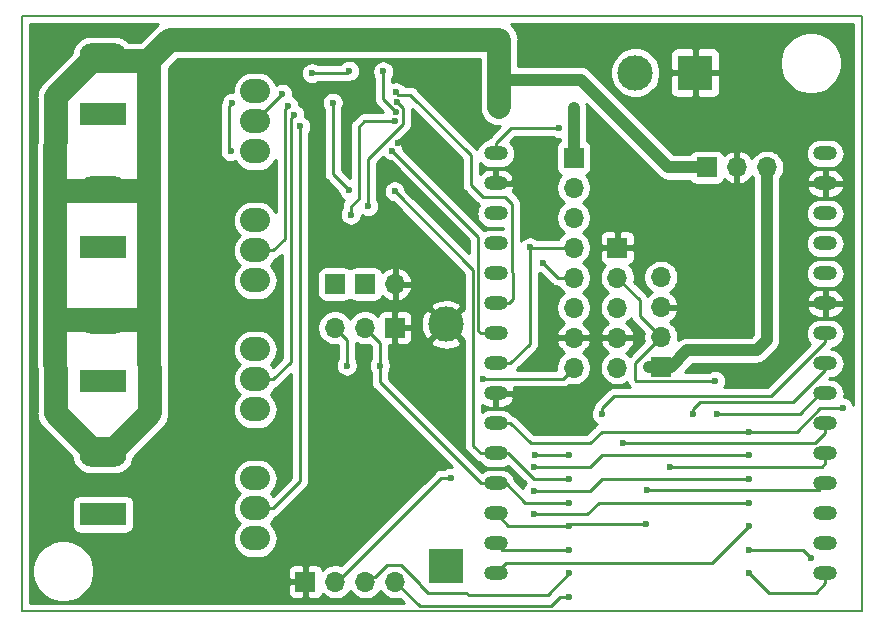
<source format=gbr>
%TF.GenerationSoftware,KiCad,Pcbnew,5.1.5-52549c5~84~ubuntu18.04.1*%
%TF.CreationDate,2020-07-26T00:26:10-03:00*%
%TF.ProjectId,Placa tesis,506c6163-6120-4746-9573-69732e6b6963,rev?*%
%TF.SameCoordinates,Original*%
%TF.FileFunction,Copper,L2,Bot*%
%TF.FilePolarity,Positive*%
%FSLAX46Y46*%
G04 Gerber Fmt 4.6, Leading zero omitted, Abs format (unit mm)*
G04 Created by KiCad (PCBNEW 5.1.5-52549c5~84~ubuntu18.04.1) date 2020-07-26 00:26:10*
%MOMM*%
%LPD*%
G04 APERTURE LIST*
%TA.AperFunction,Profile*%
%ADD10C,0.150000*%
%TD*%
%TA.AperFunction,ComponentPad*%
%ADD11R,1.700000X1.700000*%
%TD*%
%TA.AperFunction,ComponentPad*%
%ADD12O,1.700000X1.700000*%
%TD*%
%TA.AperFunction,ComponentPad*%
%ADD13R,3.960000X1.980000*%
%TD*%
%TA.AperFunction,ComponentPad*%
%ADD14O,3.960000X1.980000*%
%TD*%
%TA.AperFunction,ComponentPad*%
%ADD15O,2.540000X2.032000*%
%TD*%
%TA.AperFunction,ComponentPad*%
%ADD16O,2.000000X1.200000*%
%TD*%
%TA.AperFunction,ComponentPad*%
%ADD17C,3.000000*%
%TD*%
%TA.AperFunction,ComponentPad*%
%ADD18R,3.000000X3.000000*%
%TD*%
%TA.AperFunction,ViaPad*%
%ADD19C,0.600000*%
%TD*%
%TA.AperFunction,Conductor*%
%ADD20C,0.250000*%
%TD*%
%TA.AperFunction,Conductor*%
%ADD21C,1.000000*%
%TD*%
%TA.AperFunction,Conductor*%
%ADD22C,1.500000*%
%TD*%
%TA.AperFunction,Conductor*%
%ADD23C,2.000000*%
%TD*%
%TA.AperFunction,Conductor*%
%ADD24C,0.254000*%
%TD*%
G04 APERTURE END LIST*
D10*
X82800000Y-91800000D02*
X153900000Y-91800000D01*
X153900000Y-41400000D02*
X153900000Y-91800000D01*
X82800000Y-41400000D02*
X82800000Y-91800000D01*
X82800000Y-41400000D02*
X153900000Y-41400000D01*
D11*
%TO.P,J4,1*%
%TO.N,GND*%
X114380000Y-67800000D03*
D12*
%TO.P,J4,2*%
%TO.N,D3*%
X111840000Y-67800000D03*
%TO.P,J4,3*%
%TO.N,V5*%
X109300000Y-67800000D03*
%TD*%
D13*
%TO.P,D4,1*%
%TO.N,DR4*%
X89651000Y-49700000D03*
D14*
%TO.P,D4,2*%
%TO.N,Vin*%
X89651000Y-44700000D03*
%TD*%
D11*
%TO.P,J13,1*%
%TO.N,GND*%
X133200000Y-61020000D03*
D12*
%TO.P,J13,2*%
%TO.N,D1*%
X133200000Y-63560000D03*
%TO.P,J13,3*%
%TO.N,D2*%
X133200000Y-66100000D03*
%TO.P,J13,4*%
%TO.N,GND*%
X133200000Y-68640000D03*
%TO.P,J13,5*%
%TO.N,V5*%
X133200000Y-71180000D03*
%TD*%
D11*
%TO.P,J14,1*%
%TO.N,VinS*%
X129500000Y-53400000D03*
D12*
%TO.P,J14,2*%
%TO.N,Vin*%
X129500000Y-55940000D03*
%TO.P,J14,3*%
%TO.N,VinS*%
X129500000Y-58480000D03*
%TO.P,J14,4*%
%TO.N,ALARM*%
X129500000Y-61020000D03*
%TO.P,J14,5*%
%TO.N,D1*%
X129500000Y-63560000D03*
%TO.P,J14,6*%
%TO.N,D2*%
X129500000Y-66100000D03*
%TO.P,J14,7*%
%TO.N,GND*%
X129500000Y-68640000D03*
%TO.P,J14,8*%
%TO.N,V5*%
X129500000Y-71180000D03*
%TD*%
D11*
%TO.P,J15,1*%
%TO.N,V5*%
X136900000Y-71140000D03*
D12*
%TO.P,J15,2*%
%TO.N,D1*%
X136900000Y-68600000D03*
%TO.P,J15,3*%
%TO.N,GND*%
X136900000Y-66060000D03*
%TO.P,J15,4*%
%TO.N,D2*%
X136900000Y-63520000D03*
%TD*%
D15*
%TO.P,Q4,2*%
%TO.N,DR4*%
X102541500Y-50335500D03*
%TO.P,Q4,3*%
%TO.N,SE4*%
X102541500Y-52875500D03*
%TO.P,Q4,1*%
%TO.N,GD4*%
X102541500Y-47795500D03*
%TD*%
D16*
%TO.P,U2,15*%
%TO.N,V5*%
X150811500Y-53040000D03*
%TO.P,U2,16*%
%TO.N,Net-(R15-Pad2)*%
X122911500Y-53040000D03*
%TO.P,U2,14*%
%TO.N,GND*%
X150811500Y-55580000D03*
%TO.P,U2,17*%
X122911500Y-55580000D03*
%TO.P,U2,13*%
%TO.N,RST_esp*%
X150811500Y-58120000D03*
%TO.P,U2,18*%
%TO.N,TX*%
X122911500Y-58120000D03*
%TO.P,U2,12*%
%TO.N,EN_esp*%
X150811500Y-60660000D03*
%TO.P,U2,19*%
%TO.N,RX*%
X122911500Y-60660000D03*
%TO.P,U2,11*%
%TO.N,Net-(R15-Pad2)*%
X150811500Y-63200000D03*
%TO.P,U2,20*%
%TO.N,D8*%
X122911500Y-63200000D03*
%TO.P,U2,10*%
%TO.N,GND*%
X150811500Y-65740000D03*
%TO.P,U2,21*%
%TO.N,D7*%
X122911500Y-65740000D03*
%TO.P,U2,9*%
%TO.N,SK*%
X150811500Y-68280000D03*
%TO.P,U2,22*%
%TO.N,D6*%
X122911500Y-68280000D03*
%TO.P,U2,8*%
%TO.N,S0*%
X150811500Y-70820000D03*
%TO.P,U2,23*%
%TO.N,ALARM*%
X122911500Y-70820000D03*
%TO.P,U2,7*%
%TO.N,SC*%
X150811500Y-73360000D03*
%TO.P,U2,24*%
%TO.N,GND*%
X122911500Y-73360000D03*
%TO.P,U2,6*%
%TO.N,S1*%
X150811500Y-75900000D03*
%TO.P,U2,25*%
%TO.N,Net-(R15-Pad2)*%
X122911500Y-75900000D03*
%TO.P,U2,5*%
%TO.N,S2*%
X150811500Y-78440000D03*
%TO.P,U2,26*%
%TO.N,D4*%
X122911500Y-78440000D03*
%TO.P,U2,4*%
%TO.N,S3*%
X150811500Y-80980000D03*
%TO.P,U2,27*%
%TO.N,D3*%
X122911500Y-80980000D03*
%TO.P,U2,3*%
%TO.N,Net-(U2-Pad3)*%
X150811500Y-83520000D03*
%TO.P,U2,28*%
%TO.N,D2*%
X122911500Y-83520000D03*
%TO.P,U2,2*%
%TO.N,Net-(U2-Pad2)*%
X150811500Y-86060000D03*
%TO.P,U2,29*%
%TO.N,D1*%
X122911500Y-86060000D03*
%TO.P,U2,1*%
%TO.N,A0*%
X150811500Y-88600000D03*
%TO.P,U2,30*%
%TO.N,D0*%
X122911500Y-88600000D03*
%TD*%
D12*
%TO.P,TH1,2*%
%TO.N,GND*%
X114400000Y-64100000D03*
D11*
%TO.P,TH1,1*%
%TO.N,Net-(R10-Pad2)*%
X111860000Y-64100000D03*
%TD*%
D12*
%TO.P,J1,3*%
%TO.N,V5*%
X145865000Y-54218000D03*
%TO.P,J1,2*%
%TO.N,GND*%
X143325000Y-54218000D03*
D11*
%TO.P,J1,1*%
%TO.N,Vin*%
X140785000Y-54218000D03*
%TD*%
%TO.P,OutP,1*%
%TO.N,OutP*%
X109300000Y-64100000D03*
%TD*%
D14*
%TO.P,D1,2*%
%TO.N,Vin*%
X89651000Y-78600000D03*
D13*
%TO.P,D1,1*%
%TO.N,DR1*%
X89651000Y-83600000D03*
%TD*%
D14*
%TO.P,D2,2*%
%TO.N,Vin*%
X89651000Y-67300000D03*
D13*
%TO.P,D2,1*%
%TO.N,DR2*%
X89651000Y-72300000D03*
%TD*%
%TO.P,D3,1*%
%TO.N,DR3*%
X89651000Y-61000000D03*
D14*
%TO.P,D3,2*%
%TO.N,Vin*%
X89651000Y-56000000D03*
%TD*%
D15*
%TO.P,Q1,1*%
%TO.N,GD1*%
X102541500Y-80561500D03*
%TO.P,Q1,3*%
%TO.N,SE1*%
X102541500Y-85641500D03*
%TO.P,Q1,2*%
%TO.N,DR1*%
X102541500Y-83101500D03*
%TD*%
%TO.P,Q2,2*%
%TO.N,DR2*%
X102541500Y-72179500D03*
%TO.P,Q2,3*%
%TO.N,SE2*%
X102541500Y-74719500D03*
%TO.P,Q2,1*%
%TO.N,GD2*%
X102541500Y-69639500D03*
%TD*%
%TO.P,Q3,1*%
%TO.N,GD3*%
X102541500Y-58717500D03*
%TO.P,Q3,3*%
%TO.N,SE3*%
X102541500Y-63797500D03*
%TO.P,Q3,2*%
%TO.N,DR3*%
X102541500Y-61257500D03*
%TD*%
D17*
%TO.P,J3,2*%
%TO.N,VinS*%
X134720000Y-46200000D03*
D18*
%TO.P,J3,1*%
%TO.N,GND*%
X139800000Y-46200000D03*
%TD*%
D17*
%TO.P,BT1,2*%
%TO.N,GND*%
X118700000Y-67510000D03*
D18*
%TO.P,BT1,1*%
%TO.N,Net-(BT1-Pad1)*%
X118700000Y-88000000D03*
%TD*%
D11*
%TO.P,J5,1*%
%TO.N,GND*%
X106800000Y-89300000D03*
D12*
%TO.P,J5,2*%
%TO.N,V5*%
X109340000Y-89300000D03*
%TO.P,J5,3*%
%TO.N,RX*%
X111880000Y-89300000D03*
%TO.P,J5,4*%
%TO.N,TX*%
X114420000Y-89300000D03*
%TD*%
D19*
%TO.N,Net-(R15-Pad2)*%
X144400000Y-76600000D03*
X152300000Y-74600000D03*
%TO.N,GND*%
X129150000Y-76600000D03*
X118779020Y-52383020D03*
X126300000Y-53375000D03*
X114660470Y-52172230D03*
%TO.N,VinS*%
X129500000Y-49200000D03*
%TO.N,DR1*%
X106350000Y-50750000D03*
%TO.N,V5*%
X144400000Y-69700000D03*
X119100000Y-80500000D03*
X121800000Y-72100000D03*
X110300000Y-71000028D03*
%TO.N,Net-(R10-Pad1)*%
X110520080Y-56175440D03*
X109100000Y-48750000D03*
%TO.N,Net-(R7-Pad2)*%
X114441895Y-49502457D03*
X113390280Y-46100010D03*
%TO.N,VccLED*%
X114545560Y-48695560D03*
X112100000Y-57500000D03*
%TO.N,SE4*%
X100600000Y-48750000D03*
X100475500Y-52875500D03*
%TO.N,Vin*%
X107350000Y-46250000D03*
X110515000Y-46051000D03*
X123200000Y-43800000D03*
X123200000Y-46600000D03*
X123200000Y-49100000D03*
%TO.N,DR2*%
X105850000Y-49750000D03*
%TO.N,DR3*%
X105350000Y-49000000D03*
%TO.N,DR4*%
X104850000Y-47999990D03*
%TO.N,RX*%
X129134500Y-88600000D03*
%TO.N,EN_esp*%
X144400000Y-86600000D03*
X149600000Y-87300000D03*
%TO.N,TX*%
X129134500Y-90600000D03*
%TO.N,D0*%
X144334474Y-84600000D03*
%TO.N,D1*%
X129150000Y-86600000D03*
X126900000Y-62300000D03*
X141500000Y-72300000D03*
%TO.N,D2*%
X129150000Y-84600000D03*
X135600000Y-84400000D03*
%TO.N,D3*%
X129150000Y-82600000D03*
X113100000Y-71000004D03*
%TO.N,S3*%
X135734500Y-81515500D03*
%TO.N,D4*%
X129150000Y-80600000D03*
X114350000Y-56250000D03*
%TO.N,S2*%
X137650000Y-79600000D03*
%TO.N,D6*%
X114157360Y-52797240D03*
X144400000Y-80600000D03*
X126150000Y-81600000D03*
%TO.N,D7*%
X144400000Y-78600000D03*
X126150000Y-79600000D03*
X114480095Y-47877141D03*
%TO.N,D8*%
X129150000Y-78600000D03*
X126224979Y-78600000D03*
%TO.N,Net-(R27-Pad2)*%
X110642000Y-58227760D03*
X114395086Y-50301098D03*
%TO.N,ALARM*%
X144400000Y-82600000D03*
X126150000Y-83600000D03*
X125800000Y-61000000D03*
%TO.N,A0*%
X144400000Y-88600000D03*
%TO.N,S1*%
X133650000Y-77600000D03*
%TO.N,SC*%
X141650000Y-75100000D03*
%TO.N,S0*%
X139650000Y-75100000D03*
%TO.N,SK*%
X131900000Y-75100000D03*
%TO.N,Net-(R15-Pad2)*%
X128300000Y-50900000D03*
%TD*%
D20*
%TO.N,Net-(R15-Pad2)*%
X122655978Y-75606063D02*
X122782978Y-75733063D01*
X130900000Y-77600000D02*
X125861500Y-77600000D01*
X144400000Y-76600000D02*
X131900000Y-76600000D01*
X124161500Y-75900000D02*
X122911500Y-75900000D01*
X125861500Y-77600000D02*
X124161500Y-75900000D01*
X131900000Y-76600000D02*
X130900000Y-77600000D01*
X151875736Y-74600000D02*
X152300000Y-74600000D01*
X144400000Y-76600000D02*
X148403339Y-76600000D01*
X148403339Y-76600000D02*
X150403339Y-74600000D01*
X150403339Y-74600000D02*
X151875736Y-74600000D01*
%TO.N,GND*%
X129150000Y-76600000D02*
X127400000Y-76600000D01*
X124161500Y-73360000D02*
X122911500Y-73360000D01*
X127400000Y-76598500D02*
X124161500Y-73360000D01*
X127400000Y-76600000D02*
X127400000Y-76598500D01*
X124095000Y-55580000D02*
X122911500Y-55580000D01*
X126300000Y-53375000D02*
X124095000Y-55580000D01*
X118029020Y-52383020D02*
X117818230Y-52172230D01*
X117818230Y-52172230D02*
X115084734Y-52172230D01*
X115084734Y-52172230D02*
X114660470Y-52172230D01*
X118779020Y-52383020D02*
X118029020Y-52383020D01*
D21*
%TO.N,VinS*%
X129500000Y-53400000D02*
X129500000Y-49200000D01*
D20*
%TO.N,DR1*%
X102922500Y-83101500D02*
X102541500Y-83101500D01*
D22*
X102480499Y-83040499D02*
X102541500Y-83101500D01*
D20*
X104061500Y-83101500D02*
X102541500Y-83101500D01*
X106350000Y-80813000D02*
X104061500Y-83101500D01*
X106350000Y-50750000D02*
X106350000Y-80813000D01*
D21*
%TO.N,V5*%
X145000000Y-69700000D02*
X145865000Y-68835000D01*
X139150000Y-69700000D02*
X144400000Y-69700000D01*
X135900000Y-71100000D02*
X137750000Y-71100000D01*
X145865000Y-68835000D02*
X145865000Y-54218000D01*
X137750000Y-71100000D02*
X139150000Y-69700000D01*
X144400000Y-69700000D02*
X145000000Y-69700000D01*
D20*
X129500000Y-71180000D02*
X128580000Y-72100000D01*
X128580000Y-72100000D02*
X121800000Y-72100000D01*
X110300000Y-70575764D02*
X110300000Y-71000028D01*
X109300000Y-67800000D02*
X110300000Y-68800000D01*
X110300000Y-68800000D02*
X110300000Y-70575764D01*
X118300000Y-80500000D02*
X119100000Y-80500000D01*
X109900000Y-88900000D02*
X118300000Y-80500000D01*
X109340000Y-89300000D02*
X109740000Y-88900000D01*
X109740000Y-88900000D02*
X109900000Y-88900000D01*
%TO.N,Net-(R10-Pad1)*%
X110520080Y-56175440D02*
X109100000Y-54755360D01*
X109100000Y-54755360D02*
X109100000Y-48750000D01*
%TO.N,Net-(R7-Pad2)*%
X113390280Y-48450842D02*
X113390280Y-46100010D01*
X114441895Y-49502457D02*
X113390280Y-48450842D01*
%TO.N,VccLED*%
X115066896Y-49216896D02*
X115066896Y-50554290D01*
X114545560Y-48695560D02*
X115066896Y-49216896D01*
X112100000Y-53521186D02*
X112100000Y-57075736D01*
X115066896Y-50554290D02*
X112100000Y-53521186D01*
X112100000Y-57075736D02*
X112100000Y-57500000D01*
%TO.N,SE4*%
X100350000Y-52750000D02*
X100475500Y-52875500D01*
X100600000Y-48750000D02*
X100350000Y-49000000D01*
X100350000Y-49000000D02*
X100350000Y-52750000D01*
%TO.N,GD4*%
X102541500Y-47795500D02*
X102795500Y-47795500D01*
D23*
%TO.N,Vin*%
X90641000Y-78038000D02*
X93631000Y-75048000D01*
X89651000Y-78038000D02*
X90641000Y-78038000D01*
X93406000Y-56194000D02*
X93600000Y-56000000D01*
X89651000Y-56194000D02*
X93406000Y-56194000D01*
X93484000Y-67116000D02*
X93600000Y-67000000D01*
X89651000Y-67116000D02*
X93484000Y-67116000D01*
X93631000Y-75048000D02*
X93600000Y-67000000D01*
X93600000Y-67000000D02*
X93600000Y-56000000D01*
X85671000Y-48245500D02*
X88661000Y-45255500D01*
X88661000Y-78038000D02*
X85671000Y-75048000D01*
X88661000Y-45255500D02*
X89651000Y-45255500D01*
X89651000Y-78038000D02*
X88661000Y-78038000D01*
X89651000Y-56194000D02*
X85656000Y-56194000D01*
X85656000Y-56194000D02*
X85600000Y-56250000D01*
X85600000Y-56250000D02*
X85671000Y-48245500D01*
X85600000Y-67187000D02*
X85600000Y-67250000D01*
X85671000Y-67116000D02*
X85600000Y-67187000D01*
X89651000Y-67116000D02*
X85671000Y-67116000D01*
X85671000Y-75048000D02*
X85600000Y-67250000D01*
X85600000Y-67250000D02*
X85600000Y-56250000D01*
D20*
X107350000Y-46250000D02*
X110316000Y-46250000D01*
X110316000Y-46250000D02*
X110515000Y-46051000D01*
D23*
X93600000Y-56000000D02*
X93600000Y-45300000D01*
X93600000Y-45300000D02*
X93555500Y-45255500D01*
X93555500Y-45255500D02*
X89651000Y-45255500D01*
X93555500Y-45255500D02*
X93555500Y-45144500D01*
X93555500Y-45144500D02*
X95300000Y-43400000D01*
X95300000Y-43400000D02*
X123200000Y-43400000D01*
X123200000Y-43400000D02*
X123200000Y-43800000D01*
X123200000Y-43800000D02*
X123200000Y-46600000D01*
X123200000Y-46600000D02*
X123200000Y-49100000D01*
D21*
X130100000Y-46800000D02*
X137518000Y-54218000D01*
X137518000Y-54218000D02*
X140785000Y-54218000D01*
X123200000Y-49100000D02*
X123200000Y-46800000D01*
X123200000Y-46800000D02*
X130100000Y-46800000D01*
D20*
%TO.N,DR2*%
X104061500Y-72179500D02*
X102541500Y-72179500D01*
X105550001Y-70690999D02*
X104061500Y-72179500D01*
X105550001Y-50049999D02*
X105550001Y-70690999D01*
X105850000Y-49750000D02*
X105550001Y-50049999D01*
%TO.N,DR3*%
X104061500Y-61257500D02*
X102541500Y-61257500D01*
X105050001Y-60268999D02*
X104061500Y-61257500D01*
X105050001Y-49299999D02*
X105050001Y-60268999D01*
X105350000Y-49000000D02*
X105050001Y-49299999D01*
%TO.N,DR4*%
X102541500Y-50308490D02*
X102541500Y-50335500D01*
X104850000Y-47999990D02*
X102541500Y-50308490D01*
%TO.N,RX*%
X120600000Y-90400000D02*
X127334500Y-90400000D01*
X117200000Y-90300000D02*
X120500000Y-90300000D01*
X116500000Y-89600000D02*
X117200000Y-90300000D01*
X116500000Y-89500000D02*
X116500000Y-89600000D01*
X114900000Y-87900000D02*
X116500000Y-89500000D01*
X113680000Y-87900000D02*
X114900000Y-87900000D01*
X112680000Y-88900000D02*
X113680000Y-87900000D01*
X127334500Y-90400000D02*
X129134500Y-88600000D01*
X120500000Y-90300000D02*
X120600000Y-90400000D01*
X112280000Y-88900000D02*
X111880000Y-89300000D01*
X112680000Y-88900000D02*
X112280000Y-88900000D01*
%TO.N,EN_esp*%
X148900000Y-86600000D02*
X149300001Y-87000001D01*
X149300001Y-87000001D02*
X149600000Y-87300000D01*
X144400000Y-86600000D02*
X148900000Y-86600000D01*
%TO.N,TX*%
X127634500Y-91350000D02*
X128384500Y-90600000D01*
X116467919Y-91350000D02*
X127634500Y-91350000D01*
X128384500Y-90600000D02*
X129134500Y-90600000D01*
X114420000Y-89300000D02*
X114420000Y-89302081D01*
X114420000Y-89302081D02*
X116467919Y-91350000D01*
%TO.N,D0*%
X144034475Y-84899999D02*
X144334474Y-84600000D01*
X122911500Y-88600000D02*
X123811500Y-87700000D01*
X141234474Y-87700000D02*
X144034475Y-84899999D01*
X123811500Y-87700000D02*
X141234474Y-87700000D01*
%TO.N,D1*%
X123451500Y-86600000D02*
X122911500Y-86060000D01*
X129150000Y-86600000D02*
X123451500Y-86600000D01*
X128160000Y-63560000D02*
X129500000Y-63560000D01*
X126900000Y-62300000D02*
X128160000Y-63560000D01*
X134724999Y-70775001D02*
X136900000Y-68600000D01*
X138025002Y-72300000D02*
X138010001Y-72315001D01*
X134724999Y-72210001D02*
X134724999Y-70775001D01*
X141500000Y-72300000D02*
X138025002Y-72300000D01*
X134814998Y-72300000D02*
X134724999Y-72210001D01*
X138010001Y-72315001D02*
X135789999Y-72315001D01*
X135789999Y-72315001D02*
X135774998Y-72300000D01*
X135774998Y-72300000D02*
X134814998Y-72300000D01*
X133200000Y-63560000D02*
X132700000Y-63560000D01*
X135100000Y-65460000D02*
X133200000Y-63560000D01*
X136900000Y-68600000D02*
X135100000Y-66800000D01*
X135100000Y-66800000D02*
X135100000Y-65460000D01*
%TO.N,D2*%
X123991500Y-84600000D02*
X122911500Y-83520000D01*
X129150000Y-84600000D02*
X123991500Y-84600000D01*
X129350000Y-84400000D02*
X129150000Y-84600000D01*
X135600000Y-84400000D02*
X129350000Y-84400000D01*
%TO.N,D3*%
X123780000Y-80980000D02*
X122911500Y-80980000D01*
X129150000Y-82600000D02*
X125400000Y-82600000D01*
X125400000Y-82600000D02*
X123780000Y-80980000D01*
X122911500Y-80980000D02*
X121661500Y-80980000D01*
X113100000Y-72418500D02*
X113100000Y-71000004D01*
X121661500Y-80980000D02*
X113100000Y-72418500D01*
X113100000Y-70575740D02*
X113100000Y-71000004D01*
X111840000Y-67800000D02*
X113100000Y-69060000D01*
X113100000Y-69060000D02*
X113100000Y-70575740D01*
%TO.N,S3*%
X150276000Y-81515500D02*
X150811500Y-80980000D01*
X135734500Y-81515500D02*
X150276000Y-81515500D01*
%TO.N,D4*%
X123990000Y-78440000D02*
X122911500Y-78440000D01*
X129150000Y-80600000D02*
X126150000Y-80600000D01*
X126150000Y-80600000D02*
X123990000Y-78440000D01*
X121661500Y-78440000D02*
X122911500Y-78440000D01*
X121000000Y-77778500D02*
X121661500Y-78440000D01*
X114350000Y-56250000D02*
X121000000Y-62900000D01*
X121000000Y-62900000D02*
X121000000Y-77778500D01*
%TO.N,S2*%
X150811500Y-79290000D02*
X150811500Y-78440000D01*
X150501500Y-79600000D02*
X150811500Y-79290000D01*
X137650000Y-79600000D02*
X150501500Y-79600000D01*
%TO.N,D6*%
X126574264Y-81600000D02*
X126150000Y-81600000D01*
X130900000Y-81600000D02*
X126574264Y-81600000D01*
X144400000Y-80600000D02*
X131900000Y-80600000D01*
X131900000Y-80600000D02*
X130900000Y-81600000D01*
X121450011Y-68068511D02*
X121661500Y-68280000D01*
X121661500Y-68280000D02*
X122911500Y-68280000D01*
X121450011Y-60089891D02*
X121450011Y-68068511D01*
X114157360Y-52797240D02*
X121450011Y-60089891D01*
%TO.N,D7*%
X130900000Y-79600000D02*
X126574264Y-79600000D01*
X126574264Y-79600000D02*
X126150000Y-79600000D01*
X144400000Y-78600000D02*
X131900000Y-78600000D01*
X131900000Y-78600000D02*
X130900000Y-79600000D01*
X120800000Y-53200000D02*
X115670559Y-48070559D01*
X114673513Y-48070559D02*
X114480095Y-47877141D01*
X121800000Y-56700000D02*
X120800000Y-55700000D01*
X115670559Y-48070559D02*
X114673513Y-48070559D01*
X124060000Y-65740000D02*
X124400000Y-65400000D01*
X124300000Y-57300000D02*
X123700000Y-56700000D01*
X122911500Y-65740000D02*
X124060000Y-65740000D01*
X123700000Y-56700000D02*
X121800000Y-56700000D01*
X124300000Y-63101500D02*
X124300000Y-57300000D01*
X120800000Y-55700000D02*
X120800000Y-53200000D01*
X124400000Y-65400000D02*
X124400000Y-63201500D01*
X124400000Y-63201500D02*
X124300000Y-63101500D01*
%TO.N,D8*%
X129150000Y-78600000D02*
X126224979Y-78600000D01*
%TO.N,Net-(R27-Pad2)*%
X110642000Y-57527760D02*
X111302400Y-56867360D01*
X110642000Y-58227760D02*
X110642000Y-57527760D01*
X111302400Y-50780480D02*
X111781782Y-50301098D01*
X111781782Y-50301098D02*
X113970822Y-50301098D01*
X113970822Y-50301098D02*
X114395086Y-50301098D01*
X111302400Y-56867360D02*
X111302400Y-50780480D01*
%TO.N,ALARM*%
X130650000Y-83600000D02*
X126150000Y-83600000D01*
X144400000Y-82600000D02*
X131650000Y-82600000D01*
X131650000Y-82600000D02*
X130650000Y-83600000D01*
X122920000Y-70820000D02*
X122911500Y-70820000D01*
X125800000Y-61424264D02*
X125800000Y-61000000D01*
X125820000Y-61020000D02*
X125800000Y-61000000D01*
X122911500Y-70820000D02*
X124161500Y-70820000D01*
X124161500Y-70820000D02*
X125800000Y-69181500D01*
X125800000Y-69181500D02*
X125800000Y-61424264D01*
X129500000Y-61020000D02*
X125820000Y-61020000D01*
%TO.N,A0*%
X146025002Y-90225002D02*
X150036498Y-90225002D01*
X150036498Y-90225002D02*
X150811500Y-89450000D01*
X144400000Y-88600000D02*
X146025002Y-90225002D01*
X150811500Y-89450000D02*
X150811500Y-88600000D01*
%TO.N,S1*%
X133650000Y-77600000D02*
X149961500Y-77600000D01*
X149961500Y-77600000D02*
X150811500Y-76750000D01*
X150811500Y-76750000D02*
X150811500Y-75900000D01*
%TO.N,SC*%
X141650000Y-75100000D02*
X148671500Y-75100000D01*
X150411500Y-73360000D02*
X150811500Y-73360000D01*
X148671500Y-75100000D02*
X150411500Y-73360000D01*
%TO.N,S0*%
X150811500Y-71388500D02*
X150811500Y-70820000D01*
X148100000Y-74100000D02*
X150811500Y-71388500D01*
X140225736Y-74100000D02*
X148100000Y-74100000D01*
X139650000Y-75100000D02*
X139650000Y-74675736D01*
X139650000Y-74675736D02*
X140225736Y-74100000D01*
%TO.N,SK*%
X131900000Y-74600000D02*
X131900000Y-75100000D01*
X150811500Y-69038500D02*
X150761500Y-69038500D01*
X150811500Y-68280000D02*
X150811500Y-69038500D01*
X146250000Y-73600000D02*
X132900000Y-73600000D01*
X132900000Y-73600000D02*
X131900000Y-74600000D01*
X150761500Y-69038500D02*
X146250000Y-73550000D01*
X146250000Y-73550000D02*
X146250000Y-73600000D01*
%TO.N,Net-(R15-Pad2)*%
X122911500Y-52190000D02*
X122911500Y-53040000D01*
X124201500Y-50900000D02*
X122911500Y-52190000D01*
X128300000Y-50900000D02*
X124201500Y-50900000D01*
%TD*%
D24*
%TO.N,GND*%
G36*
X94138286Y-42238286D02*
G01*
X94087084Y-42300676D01*
X92767262Y-43620500D01*
X91857248Y-43620500D01*
X91795608Y-43545392D01*
X91548170Y-43342325D01*
X91265869Y-43191432D01*
X90959556Y-43098513D01*
X90720824Y-43075000D01*
X88581176Y-43075000D01*
X88342444Y-43098513D01*
X88036131Y-43191432D01*
X87753830Y-43342325D01*
X87506392Y-43545392D01*
X87303325Y-43792830D01*
X87152432Y-44075131D01*
X87059513Y-44381444D01*
X87041672Y-44562588D01*
X84576823Y-47027438D01*
X84519636Y-47073528D01*
X84463217Y-47141045D01*
X84458085Y-47146177D01*
X84411776Y-47202605D01*
X84313119Y-47320668D01*
X84309612Y-47327092D01*
X84304970Y-47332748D01*
X84232479Y-47468369D01*
X84158785Y-47603347D01*
X84156599Y-47610330D01*
X84153148Y-47616786D01*
X84108501Y-47763970D01*
X84062564Y-47910705D01*
X84061782Y-47917982D01*
X84059658Y-47924984D01*
X84044585Y-48078020D01*
X84036777Y-48150680D01*
X84036713Y-48157946D01*
X84028089Y-48245500D01*
X84035288Y-48318587D01*
X83965712Y-56162448D01*
X83957089Y-56250000D01*
X83965001Y-56330329D01*
X83965000Y-67106678D01*
X83957089Y-67187000D01*
X83965000Y-67267319D01*
X83965000Y-67330322D01*
X83965732Y-67337751D01*
X84035269Y-74975098D01*
X84028089Y-75048000D01*
X84036732Y-75135753D01*
X84036800Y-75143204D01*
X84044601Y-75215643D01*
X84059658Y-75368516D01*
X84061837Y-75375700D01*
X84062642Y-75383173D01*
X84108566Y-75529745D01*
X84153148Y-75676714D01*
X84156691Y-75683342D01*
X84158936Y-75690508D01*
X84232571Y-75825303D01*
X84304970Y-75960752D01*
X84309734Y-75966556D01*
X84313336Y-75973151D01*
X84411905Y-76091052D01*
X84458085Y-76147323D01*
X84463352Y-76152590D01*
X84519911Y-76220242D01*
X84576959Y-76266197D01*
X87040962Y-78730201D01*
X87059513Y-78918556D01*
X87152432Y-79224869D01*
X87303325Y-79507170D01*
X87506392Y-79754608D01*
X87753830Y-79957675D01*
X88036131Y-80108568D01*
X88342444Y-80201487D01*
X88581176Y-80225000D01*
X90720824Y-80225000D01*
X90959556Y-80201487D01*
X91265869Y-80108568D01*
X91548170Y-79957675D01*
X91795608Y-79754608D01*
X91998675Y-79507170D01*
X92149568Y-79224869D01*
X92242487Y-78918556D01*
X92261038Y-78730200D01*
X94732560Y-76258680D01*
X94797180Y-76205230D01*
X94896768Y-76082924D01*
X94997030Y-75960753D01*
X94998530Y-75957946D01*
X95000536Y-75955483D01*
X95074382Y-75816039D01*
X95148852Y-75676715D01*
X95149775Y-75673671D01*
X95151262Y-75670864D01*
X95196464Y-75519758D01*
X95242343Y-75368517D01*
X95242655Y-75365349D01*
X95243565Y-75362307D01*
X95258412Y-75205375D01*
X95273912Y-75048000D01*
X95265690Y-74964527D01*
X95235309Y-67077185D01*
X95242911Y-67000000D01*
X95235000Y-66919678D01*
X95235000Y-56080320D01*
X95242911Y-56000001D01*
X95235000Y-55919678D01*
X95235000Y-52783411D01*
X99540500Y-52783411D01*
X99540500Y-52967589D01*
X99576432Y-53148229D01*
X99646914Y-53318389D01*
X99749238Y-53471528D01*
X99879472Y-53601762D01*
X100032611Y-53704086D01*
X100202771Y-53774568D01*
X100383411Y-53810500D01*
X100567589Y-53810500D01*
X100748229Y-53774568D01*
X100869225Y-53724450D01*
X100908102Y-53797184D01*
X101114418Y-54048582D01*
X101365816Y-54254898D01*
X101652633Y-54408205D01*
X101963847Y-54502611D01*
X102206396Y-54526500D01*
X102876604Y-54526500D01*
X103119153Y-54502611D01*
X103430367Y-54408205D01*
X103717184Y-54254898D01*
X103968582Y-54048582D01*
X104174898Y-53797184D01*
X104290001Y-53581841D01*
X104290002Y-58011160D01*
X104174898Y-57795816D01*
X103968582Y-57544418D01*
X103717184Y-57338102D01*
X103430367Y-57184795D01*
X103119153Y-57090389D01*
X102876604Y-57066500D01*
X102206396Y-57066500D01*
X101963847Y-57090389D01*
X101652633Y-57184795D01*
X101365816Y-57338102D01*
X101114418Y-57544418D01*
X100908102Y-57795816D01*
X100754795Y-58082633D01*
X100660389Y-58393847D01*
X100628512Y-58717500D01*
X100660389Y-59041153D01*
X100754795Y-59352367D01*
X100908102Y-59639184D01*
X101114418Y-59890582D01*
X101232514Y-59987500D01*
X101114418Y-60084418D01*
X100908102Y-60335816D01*
X100754795Y-60622633D01*
X100660389Y-60933847D01*
X100628512Y-61257500D01*
X100660389Y-61581153D01*
X100754795Y-61892367D01*
X100908102Y-62179184D01*
X101114418Y-62430582D01*
X101232514Y-62527500D01*
X101114418Y-62624418D01*
X100908102Y-62875816D01*
X100754795Y-63162633D01*
X100660389Y-63473847D01*
X100628512Y-63797500D01*
X100660389Y-64121153D01*
X100754795Y-64432367D01*
X100908102Y-64719184D01*
X101114418Y-64970582D01*
X101365816Y-65176898D01*
X101652633Y-65330205D01*
X101963847Y-65424611D01*
X102206396Y-65448500D01*
X102876604Y-65448500D01*
X103119153Y-65424611D01*
X103430367Y-65330205D01*
X103717184Y-65176898D01*
X103968582Y-64970582D01*
X104174898Y-64719184D01*
X104328205Y-64432367D01*
X104422611Y-64121153D01*
X104454488Y-63797500D01*
X104422611Y-63473847D01*
X104328205Y-63162633D01*
X104174898Y-62875816D01*
X103968582Y-62624418D01*
X103850486Y-62527500D01*
X103968582Y-62430582D01*
X104174898Y-62179184D01*
X104278173Y-61985971D01*
X104353747Y-61963046D01*
X104485776Y-61892474D01*
X104601501Y-61797501D01*
X104625304Y-61768498D01*
X104790002Y-61603800D01*
X104790002Y-70376196D01*
X104054765Y-71111433D01*
X103968582Y-71006418D01*
X103850486Y-70909500D01*
X103968582Y-70812582D01*
X104174898Y-70561184D01*
X104328205Y-70274367D01*
X104422611Y-69963153D01*
X104454488Y-69639500D01*
X104422611Y-69315847D01*
X104328205Y-69004633D01*
X104174898Y-68717816D01*
X103968582Y-68466418D01*
X103717184Y-68260102D01*
X103430367Y-68106795D01*
X103119153Y-68012389D01*
X102876604Y-67988500D01*
X102206396Y-67988500D01*
X101963847Y-68012389D01*
X101652633Y-68106795D01*
X101365816Y-68260102D01*
X101114418Y-68466418D01*
X100908102Y-68717816D01*
X100754795Y-69004633D01*
X100660389Y-69315847D01*
X100628512Y-69639500D01*
X100660389Y-69963153D01*
X100754795Y-70274367D01*
X100908102Y-70561184D01*
X101114418Y-70812582D01*
X101232514Y-70909500D01*
X101114418Y-71006418D01*
X100908102Y-71257816D01*
X100754795Y-71544633D01*
X100660389Y-71855847D01*
X100628512Y-72179500D01*
X100660389Y-72503153D01*
X100754795Y-72814367D01*
X100908102Y-73101184D01*
X101114418Y-73352582D01*
X101232514Y-73449500D01*
X101114418Y-73546418D01*
X100908102Y-73797816D01*
X100754795Y-74084633D01*
X100660389Y-74395847D01*
X100628512Y-74719500D01*
X100660389Y-75043153D01*
X100754795Y-75354367D01*
X100908102Y-75641184D01*
X101114418Y-75892582D01*
X101365816Y-76098898D01*
X101652633Y-76252205D01*
X101963847Y-76346611D01*
X102206396Y-76370500D01*
X102876604Y-76370500D01*
X103119153Y-76346611D01*
X103430367Y-76252205D01*
X103717184Y-76098898D01*
X103968582Y-75892582D01*
X104174898Y-75641184D01*
X104328205Y-75354367D01*
X104422611Y-75043153D01*
X104454488Y-74719500D01*
X104422611Y-74395847D01*
X104328205Y-74084633D01*
X104174898Y-73797816D01*
X103968582Y-73546418D01*
X103850486Y-73449500D01*
X103968582Y-73352582D01*
X104174898Y-73101184D01*
X104278173Y-72907971D01*
X104353747Y-72885046D01*
X104485776Y-72814474D01*
X104601501Y-72719501D01*
X104625304Y-72690497D01*
X105590001Y-71725801D01*
X105590001Y-80498197D01*
X104054765Y-82033433D01*
X103968582Y-81928418D01*
X103850486Y-81831500D01*
X103968582Y-81734582D01*
X104174898Y-81483184D01*
X104328205Y-81196367D01*
X104422611Y-80885153D01*
X104454488Y-80561500D01*
X104422611Y-80237847D01*
X104328205Y-79926633D01*
X104174898Y-79639816D01*
X103968582Y-79388418D01*
X103717184Y-79182102D01*
X103430367Y-79028795D01*
X103119153Y-78934389D01*
X102876604Y-78910500D01*
X102206396Y-78910500D01*
X101963847Y-78934389D01*
X101652633Y-79028795D01*
X101365816Y-79182102D01*
X101114418Y-79388418D01*
X100908102Y-79639816D01*
X100754795Y-79926633D01*
X100660389Y-80237847D01*
X100628512Y-80561500D01*
X100660389Y-80885153D01*
X100754795Y-81196367D01*
X100908102Y-81483184D01*
X101114418Y-81734582D01*
X101232514Y-81831500D01*
X101114418Y-81928418D01*
X100908102Y-82179816D01*
X100754795Y-82466633D01*
X100660389Y-82777847D01*
X100628512Y-83101500D01*
X100660389Y-83425153D01*
X100754795Y-83736367D01*
X100908102Y-84023184D01*
X101114418Y-84274582D01*
X101232514Y-84371500D01*
X101114418Y-84468418D01*
X100908102Y-84719816D01*
X100754795Y-85006633D01*
X100660389Y-85317847D01*
X100628512Y-85641500D01*
X100660389Y-85965153D01*
X100754795Y-86276367D01*
X100908102Y-86563184D01*
X101114418Y-86814582D01*
X101365816Y-87020898D01*
X101652633Y-87174205D01*
X101963847Y-87268611D01*
X102206396Y-87292500D01*
X102876604Y-87292500D01*
X103119153Y-87268611D01*
X103430367Y-87174205D01*
X103717184Y-87020898D01*
X103968582Y-86814582D01*
X104174898Y-86563184D01*
X104328205Y-86276367D01*
X104422611Y-85965153D01*
X104454488Y-85641500D01*
X104422611Y-85317847D01*
X104328205Y-85006633D01*
X104174898Y-84719816D01*
X103968582Y-84468418D01*
X103850486Y-84371500D01*
X103968582Y-84274582D01*
X104174898Y-84023184D01*
X104278173Y-83829971D01*
X104353747Y-83807046D01*
X104485776Y-83736474D01*
X104601501Y-83641501D01*
X104625304Y-83612497D01*
X106861003Y-81376799D01*
X106890001Y-81353001D01*
X106984974Y-81237276D01*
X107055546Y-81105247D01*
X107099003Y-80961986D01*
X107110000Y-80850333D01*
X107110000Y-80850325D01*
X107113676Y-80813000D01*
X107110000Y-80775675D01*
X107110000Y-66018347D01*
X117387952Y-66018347D01*
X118700000Y-67330395D01*
X120012048Y-66018347D01*
X119856038Y-65702786D01*
X119481255Y-65511980D01*
X119076449Y-65397956D01*
X118657176Y-65365098D01*
X118239549Y-65414666D01*
X117839617Y-65544757D01*
X117543962Y-65702786D01*
X117387952Y-66018347D01*
X107110000Y-66018347D01*
X107110000Y-63250000D01*
X107811928Y-63250000D01*
X107811928Y-64950000D01*
X107824188Y-65074482D01*
X107860498Y-65194180D01*
X107919463Y-65304494D01*
X107998815Y-65401185D01*
X108095506Y-65480537D01*
X108205820Y-65539502D01*
X108325518Y-65575812D01*
X108450000Y-65588072D01*
X110150000Y-65588072D01*
X110274482Y-65575812D01*
X110394180Y-65539502D01*
X110504494Y-65480537D01*
X110580000Y-65418571D01*
X110655506Y-65480537D01*
X110765820Y-65539502D01*
X110885518Y-65575812D01*
X111010000Y-65588072D01*
X112710000Y-65588072D01*
X112834482Y-65575812D01*
X112954180Y-65539502D01*
X113064494Y-65480537D01*
X113161185Y-65401185D01*
X113240537Y-65304494D01*
X113299502Y-65194180D01*
X113323966Y-65113534D01*
X113399731Y-65197588D01*
X113633080Y-65371641D01*
X113895901Y-65496825D01*
X114043110Y-65541476D01*
X114273000Y-65420155D01*
X114273000Y-64227000D01*
X114527000Y-64227000D01*
X114527000Y-65420155D01*
X114756890Y-65541476D01*
X114904099Y-65496825D01*
X115166920Y-65371641D01*
X115400269Y-65197588D01*
X115595178Y-64981355D01*
X115744157Y-64731252D01*
X115841481Y-64456891D01*
X115720814Y-64227000D01*
X114527000Y-64227000D01*
X114273000Y-64227000D01*
X114253000Y-64227000D01*
X114253000Y-63973000D01*
X114273000Y-63973000D01*
X114273000Y-62779845D01*
X114527000Y-62779845D01*
X114527000Y-63973000D01*
X115720814Y-63973000D01*
X115841481Y-63743109D01*
X115744157Y-63468748D01*
X115595178Y-63218645D01*
X115400269Y-63002412D01*
X115166920Y-62828359D01*
X114904099Y-62703175D01*
X114756890Y-62658524D01*
X114527000Y-62779845D01*
X114273000Y-62779845D01*
X114043110Y-62658524D01*
X113895901Y-62703175D01*
X113633080Y-62828359D01*
X113399731Y-63002412D01*
X113323966Y-63086466D01*
X113299502Y-63005820D01*
X113240537Y-62895506D01*
X113161185Y-62798815D01*
X113064494Y-62719463D01*
X112954180Y-62660498D01*
X112834482Y-62624188D01*
X112710000Y-62611928D01*
X111010000Y-62611928D01*
X110885518Y-62624188D01*
X110765820Y-62660498D01*
X110655506Y-62719463D01*
X110580000Y-62781429D01*
X110504494Y-62719463D01*
X110394180Y-62660498D01*
X110274482Y-62624188D01*
X110150000Y-62611928D01*
X108450000Y-62611928D01*
X108325518Y-62624188D01*
X108205820Y-62660498D01*
X108095506Y-62719463D01*
X107998815Y-62798815D01*
X107919463Y-62895506D01*
X107860498Y-63005820D01*
X107824188Y-63125518D01*
X107811928Y-63250000D01*
X107110000Y-63250000D01*
X107110000Y-51295535D01*
X107178586Y-51192889D01*
X107249068Y-51022729D01*
X107285000Y-50842089D01*
X107285000Y-50657911D01*
X107249068Y-50477271D01*
X107178586Y-50307111D01*
X107076262Y-50153972D01*
X106946028Y-50023738D01*
X106792889Y-49921414D01*
X106771023Y-49912357D01*
X106785000Y-49842089D01*
X106785000Y-49657911D01*
X106749068Y-49477271D01*
X106678586Y-49307111D01*
X106576262Y-49153972D01*
X106446028Y-49023738D01*
X106292889Y-48921414D01*
X106285000Y-48918146D01*
X106285000Y-48907911D01*
X106249068Y-48727271D01*
X106178586Y-48557111D01*
X106076262Y-48403972D01*
X105946028Y-48273738D01*
X105792889Y-48171414D01*
X105771021Y-48162356D01*
X105785000Y-48092079D01*
X105785000Y-47907901D01*
X105749068Y-47727261D01*
X105678586Y-47557101D01*
X105576262Y-47403962D01*
X105446028Y-47273728D01*
X105292889Y-47171404D01*
X105122729Y-47100922D01*
X104942089Y-47064990D01*
X104757911Y-47064990D01*
X104577271Y-47100922D01*
X104407111Y-47171404D01*
X104344220Y-47213426D01*
X104328205Y-47160633D01*
X104174898Y-46873816D01*
X103968582Y-46622418D01*
X103717184Y-46416102D01*
X103430367Y-46262795D01*
X103119153Y-46168389D01*
X103012769Y-46157911D01*
X106415000Y-46157911D01*
X106415000Y-46342089D01*
X106450932Y-46522729D01*
X106521414Y-46692889D01*
X106623738Y-46846028D01*
X106753972Y-46976262D01*
X106907111Y-47078586D01*
X107077271Y-47149068D01*
X107257911Y-47185000D01*
X107442089Y-47185000D01*
X107622729Y-47149068D01*
X107792889Y-47078586D01*
X107895535Y-47010000D01*
X110278678Y-47010000D01*
X110316000Y-47013676D01*
X110353322Y-47010000D01*
X110353333Y-47010000D01*
X110464986Y-46999003D01*
X110507852Y-46986000D01*
X110607089Y-46986000D01*
X110787729Y-46950068D01*
X110957889Y-46879586D01*
X111111028Y-46777262D01*
X111241262Y-46647028D01*
X111343586Y-46493889D01*
X111414068Y-46323729D01*
X111450000Y-46143089D01*
X111450000Y-45958911D01*
X111414068Y-45778271D01*
X111343586Y-45608111D01*
X111241262Y-45454972D01*
X111111028Y-45324738D01*
X110957889Y-45222414D01*
X110787729Y-45151932D01*
X110607089Y-45116000D01*
X110422911Y-45116000D01*
X110242271Y-45151932D01*
X110072111Y-45222414D01*
X109918972Y-45324738D01*
X109788738Y-45454972D01*
X109765333Y-45490000D01*
X107895535Y-45490000D01*
X107792889Y-45421414D01*
X107622729Y-45350932D01*
X107442089Y-45315000D01*
X107257911Y-45315000D01*
X107077271Y-45350932D01*
X106907111Y-45421414D01*
X106753972Y-45523738D01*
X106623738Y-45653972D01*
X106521414Y-45807111D01*
X106450932Y-45977271D01*
X106415000Y-46157911D01*
X103012769Y-46157911D01*
X102876604Y-46144500D01*
X102206396Y-46144500D01*
X101963847Y-46168389D01*
X101652633Y-46262795D01*
X101365816Y-46416102D01*
X101114418Y-46622418D01*
X100908102Y-46873816D01*
X100754795Y-47160633D01*
X100660389Y-47471847D01*
X100628512Y-47795500D01*
X100630433Y-47815000D01*
X100507911Y-47815000D01*
X100327271Y-47850932D01*
X100157111Y-47921414D01*
X100003972Y-48023738D01*
X99873738Y-48153972D01*
X99771414Y-48307111D01*
X99700932Y-48477271D01*
X99665000Y-48657911D01*
X99665000Y-48669316D01*
X99644454Y-48707754D01*
X99600997Y-48851015D01*
X99590000Y-48962668D01*
X99590000Y-48962678D01*
X99586324Y-49000000D01*
X99590000Y-49037323D01*
X99590001Y-52570012D01*
X99576432Y-52602771D01*
X99540500Y-52783411D01*
X95235000Y-52783411D01*
X95235000Y-45777239D01*
X95977239Y-45035000D01*
X121565000Y-45035000D01*
X121565001Y-46519669D01*
X121565000Y-46519679D01*
X121565001Y-49180322D01*
X121588658Y-49420516D01*
X121682149Y-49728715D01*
X121833970Y-50012752D01*
X122038287Y-50261714D01*
X122287249Y-50466031D01*
X122571286Y-50617852D01*
X122879485Y-50711343D01*
X123200000Y-50742911D01*
X123292940Y-50733757D01*
X122400502Y-51626197D01*
X122371499Y-51649999D01*
X122342775Y-51685000D01*
X122276526Y-51765724D01*
X122245981Y-51822870D01*
X122241449Y-51831348D01*
X122036599Y-51893489D01*
X121822051Y-52008167D01*
X121633998Y-52162498D01*
X121479667Y-52350551D01*
X121364989Y-52565099D01*
X121336959Y-52657502D01*
X121311003Y-52636201D01*
X116234363Y-47559562D01*
X116210560Y-47530558D01*
X116094835Y-47435585D01*
X115962806Y-47365013D01*
X115819545Y-47321556D01*
X115707892Y-47310559D01*
X115707881Y-47310559D01*
X115670559Y-47306883D01*
X115633237Y-47310559D01*
X115226032Y-47310559D01*
X115206357Y-47281113D01*
X115076123Y-47150879D01*
X114922984Y-47048555D01*
X114752824Y-46978073D01*
X114572184Y-46942141D01*
X114388006Y-46942141D01*
X114207366Y-46978073D01*
X114150280Y-47001719D01*
X114150280Y-46645545D01*
X114218866Y-46542899D01*
X114289348Y-46372739D01*
X114325280Y-46192099D01*
X114325280Y-46007921D01*
X114289348Y-45827281D01*
X114218866Y-45657121D01*
X114116542Y-45503982D01*
X113986308Y-45373748D01*
X113833169Y-45271424D01*
X113663009Y-45200942D01*
X113482369Y-45165010D01*
X113298191Y-45165010D01*
X113117551Y-45200942D01*
X112947391Y-45271424D01*
X112794252Y-45373748D01*
X112664018Y-45503982D01*
X112561694Y-45657121D01*
X112491212Y-45827281D01*
X112455280Y-46007921D01*
X112455280Y-46192099D01*
X112491212Y-46372739D01*
X112561694Y-46542899D01*
X112630281Y-46645547D01*
X112630280Y-48413519D01*
X112626604Y-48450842D01*
X112630280Y-48488164D01*
X112630280Y-48488174D01*
X112641277Y-48599827D01*
X112674697Y-48710000D01*
X112684734Y-48743088D01*
X112755306Y-48875118D01*
X112781003Y-48906429D01*
X112850279Y-48990843D01*
X112879282Y-49014646D01*
X113405734Y-49541098D01*
X111819115Y-49541098D01*
X111781782Y-49537421D01*
X111744449Y-49541098D01*
X111632796Y-49552095D01*
X111489535Y-49595552D01*
X111357506Y-49666124D01*
X111241781Y-49761097D01*
X111217978Y-49790101D01*
X110791398Y-50216681D01*
X110762400Y-50240479D01*
X110738602Y-50269477D01*
X110738601Y-50269478D01*
X110667426Y-50356204D01*
X110596854Y-50488234D01*
X110576817Y-50554290D01*
X110553398Y-50631494D01*
X110542424Y-50742911D01*
X110538724Y-50780480D01*
X110542401Y-50817812D01*
X110542400Y-55122958D01*
X109860000Y-54440559D01*
X109860000Y-49295535D01*
X109928586Y-49192889D01*
X109999068Y-49022729D01*
X110035000Y-48842089D01*
X110035000Y-48657911D01*
X109999068Y-48477271D01*
X109928586Y-48307111D01*
X109826262Y-48153972D01*
X109696028Y-48023738D01*
X109542889Y-47921414D01*
X109372729Y-47850932D01*
X109192089Y-47815000D01*
X109007911Y-47815000D01*
X108827271Y-47850932D01*
X108657111Y-47921414D01*
X108503972Y-48023738D01*
X108373738Y-48153972D01*
X108271414Y-48307111D01*
X108200932Y-48477271D01*
X108165000Y-48657911D01*
X108165000Y-48842089D01*
X108200932Y-49022729D01*
X108271414Y-49192889D01*
X108340001Y-49295537D01*
X108340000Y-54718037D01*
X108336324Y-54755360D01*
X108340000Y-54792682D01*
X108340000Y-54792692D01*
X108350997Y-54904345D01*
X108387429Y-55024448D01*
X108394454Y-55047606D01*
X108465026Y-55179636D01*
X108475569Y-55192482D01*
X108559999Y-55295361D01*
X108589002Y-55319163D01*
X109596928Y-56327090D01*
X109621012Y-56448169D01*
X109691494Y-56618329D01*
X109793818Y-56771468D01*
X109924052Y-56901702D01*
X110077191Y-57004026D01*
X110085743Y-57007568D01*
X110078202Y-57016757D01*
X110078201Y-57016758D01*
X110007026Y-57103484D01*
X109936454Y-57235514D01*
X109934336Y-57242498D01*
X109892997Y-57378774D01*
X109882000Y-57490427D01*
X109882000Y-57490438D01*
X109878324Y-57527760D01*
X109882000Y-57565082D01*
X109882000Y-57682225D01*
X109813414Y-57784871D01*
X109742932Y-57955031D01*
X109707000Y-58135671D01*
X109707000Y-58319849D01*
X109742932Y-58500489D01*
X109813414Y-58670649D01*
X109915738Y-58823788D01*
X110045972Y-58954022D01*
X110199111Y-59056346D01*
X110369271Y-59126828D01*
X110549911Y-59162760D01*
X110734089Y-59162760D01*
X110914729Y-59126828D01*
X111084889Y-59056346D01*
X111238028Y-58954022D01*
X111368262Y-58823788D01*
X111470586Y-58670649D01*
X111541068Y-58500489D01*
X111577000Y-58319849D01*
X111577000Y-58275058D01*
X111657111Y-58328586D01*
X111827271Y-58399068D01*
X112007911Y-58435000D01*
X112192089Y-58435000D01*
X112372729Y-58399068D01*
X112542889Y-58328586D01*
X112696028Y-58226262D01*
X112826262Y-58096028D01*
X112928586Y-57942889D01*
X112999068Y-57772729D01*
X113035000Y-57592089D01*
X113035000Y-57407911D01*
X112999068Y-57227271D01*
X112928586Y-57057111D01*
X112860000Y-56954465D01*
X112860000Y-53835987D01*
X113379677Y-53316311D01*
X113431098Y-53393268D01*
X113561332Y-53523502D01*
X113714471Y-53625826D01*
X113884631Y-53696308D01*
X114005712Y-53720393D01*
X120690011Y-60404693D01*
X120690011Y-61515209D01*
X115273153Y-56098352D01*
X115249068Y-55977271D01*
X115178586Y-55807111D01*
X115076262Y-55653972D01*
X114946028Y-55523738D01*
X114792889Y-55421414D01*
X114622729Y-55350932D01*
X114442089Y-55315000D01*
X114257911Y-55315000D01*
X114077271Y-55350932D01*
X113907111Y-55421414D01*
X113753972Y-55523738D01*
X113623738Y-55653972D01*
X113521414Y-55807111D01*
X113450932Y-55977271D01*
X113415000Y-56157911D01*
X113415000Y-56342089D01*
X113450932Y-56522729D01*
X113521414Y-56692889D01*
X113623738Y-56846028D01*
X113753972Y-56976262D01*
X113907111Y-57078586D01*
X114077271Y-57149068D01*
X114198352Y-57173153D01*
X120240000Y-63214802D01*
X120240000Y-66221854D01*
X120191653Y-66197952D01*
X118879605Y-67510000D01*
X120191653Y-68822048D01*
X120240000Y-68798146D01*
X120240001Y-77741168D01*
X120236324Y-77778500D01*
X120240001Y-77815833D01*
X120250998Y-77927486D01*
X120262385Y-77965026D01*
X120294454Y-78070746D01*
X120365026Y-78202776D01*
X120391451Y-78234974D01*
X120460000Y-78318501D01*
X120488998Y-78342299D01*
X121097700Y-78951002D01*
X121121499Y-78980001D01*
X121237224Y-79074974D01*
X121369253Y-79145546D01*
X121512514Y-79189003D01*
X121529951Y-79190720D01*
X121633998Y-79317502D01*
X121822051Y-79471833D01*
X122036599Y-79586511D01*
X122269398Y-79657130D01*
X122450835Y-79675000D01*
X123372165Y-79675000D01*
X123553602Y-79657130D01*
X123786401Y-79586511D01*
X123965813Y-79490614D01*
X125451454Y-80976256D01*
X125423738Y-81003972D01*
X125321414Y-81157111D01*
X125250932Y-81327271D01*
X125242826Y-81368024D01*
X124492023Y-80617222D01*
X124458011Y-80505099D01*
X124343333Y-80290551D01*
X124189002Y-80102498D01*
X124000949Y-79948167D01*
X123786401Y-79833489D01*
X123553602Y-79762870D01*
X123372165Y-79745000D01*
X122450835Y-79745000D01*
X122269398Y-79762870D01*
X122036599Y-79833489D01*
X121822051Y-79948167D01*
X121757470Y-80001167D01*
X113860000Y-72103699D01*
X113860000Y-71545539D01*
X113928586Y-71442893D01*
X113999068Y-71272733D01*
X114035000Y-71092093D01*
X114035000Y-70907915D01*
X113999068Y-70727275D01*
X113928586Y-70557115D01*
X113860000Y-70454469D01*
X113860000Y-69286275D01*
X114094250Y-69285000D01*
X114253000Y-69126250D01*
X114253000Y-67927000D01*
X114507000Y-67927000D01*
X114507000Y-69126250D01*
X114665750Y-69285000D01*
X115230000Y-69288072D01*
X115354482Y-69275812D01*
X115474180Y-69239502D01*
X115584494Y-69180537D01*
X115681185Y-69101185D01*
X115760537Y-69004494D01*
X115762055Y-69001653D01*
X117387952Y-69001653D01*
X117543962Y-69317214D01*
X117918745Y-69508020D01*
X118323551Y-69622044D01*
X118742824Y-69654902D01*
X119160451Y-69605334D01*
X119560383Y-69475243D01*
X119856038Y-69317214D01*
X120012048Y-69001653D01*
X118700000Y-67689605D01*
X117387952Y-69001653D01*
X115762055Y-69001653D01*
X115819502Y-68894180D01*
X115855812Y-68774482D01*
X115868072Y-68650000D01*
X115865000Y-68085750D01*
X115706250Y-67927000D01*
X114507000Y-67927000D01*
X114253000Y-67927000D01*
X114233000Y-67927000D01*
X114233000Y-67673000D01*
X114253000Y-67673000D01*
X114253000Y-66473750D01*
X114507000Y-66473750D01*
X114507000Y-67673000D01*
X115706250Y-67673000D01*
X115826426Y-67552824D01*
X116555098Y-67552824D01*
X116604666Y-67970451D01*
X116734757Y-68370383D01*
X116892786Y-68666038D01*
X117208347Y-68822048D01*
X118520395Y-67510000D01*
X117208347Y-66197952D01*
X116892786Y-66353962D01*
X116701980Y-66728745D01*
X116587956Y-67133551D01*
X116555098Y-67552824D01*
X115826426Y-67552824D01*
X115865000Y-67514250D01*
X115868072Y-66950000D01*
X115855812Y-66825518D01*
X115819502Y-66705820D01*
X115760537Y-66595506D01*
X115681185Y-66498815D01*
X115584494Y-66419463D01*
X115474180Y-66360498D01*
X115354482Y-66324188D01*
X115230000Y-66311928D01*
X114665750Y-66315000D01*
X114507000Y-66473750D01*
X114253000Y-66473750D01*
X114094250Y-66315000D01*
X113530000Y-66311928D01*
X113405518Y-66324188D01*
X113285820Y-66360498D01*
X113175506Y-66419463D01*
X113078815Y-66498815D01*
X112999463Y-66595506D01*
X112940498Y-66705820D01*
X112918487Y-66778380D01*
X112786632Y-66646525D01*
X112543411Y-66484010D01*
X112273158Y-66372068D01*
X111986260Y-66315000D01*
X111693740Y-66315000D01*
X111406842Y-66372068D01*
X111136589Y-66484010D01*
X110893368Y-66646525D01*
X110686525Y-66853368D01*
X110570000Y-67027760D01*
X110453475Y-66853368D01*
X110246632Y-66646525D01*
X110003411Y-66484010D01*
X109733158Y-66372068D01*
X109446260Y-66315000D01*
X109153740Y-66315000D01*
X108866842Y-66372068D01*
X108596589Y-66484010D01*
X108353368Y-66646525D01*
X108146525Y-66853368D01*
X107984010Y-67096589D01*
X107872068Y-67366842D01*
X107815000Y-67653740D01*
X107815000Y-67946260D01*
X107872068Y-68233158D01*
X107984010Y-68503411D01*
X108146525Y-68746632D01*
X108353368Y-68953475D01*
X108596589Y-69115990D01*
X108866842Y-69227932D01*
X109153740Y-69285000D01*
X109446260Y-69285000D01*
X109540000Y-69266354D01*
X109540001Y-70454491D01*
X109471414Y-70557139D01*
X109400932Y-70727299D01*
X109365000Y-70907939D01*
X109365000Y-71092117D01*
X109400932Y-71272757D01*
X109471414Y-71442917D01*
X109573738Y-71596056D01*
X109703972Y-71726290D01*
X109857111Y-71828614D01*
X110027271Y-71899096D01*
X110207911Y-71935028D01*
X110392089Y-71935028D01*
X110572729Y-71899096D01*
X110742889Y-71828614D01*
X110896028Y-71726290D01*
X111026262Y-71596056D01*
X111128586Y-71442917D01*
X111199068Y-71272757D01*
X111235000Y-71092117D01*
X111235000Y-70907939D01*
X111199068Y-70727299D01*
X111128586Y-70557139D01*
X111060000Y-70454493D01*
X111060000Y-69064815D01*
X111136589Y-69115990D01*
X111406842Y-69227932D01*
X111693740Y-69285000D01*
X111986260Y-69285000D01*
X112206408Y-69241210D01*
X112340000Y-69374802D01*
X112340001Y-70454467D01*
X112271414Y-70557115D01*
X112200932Y-70727275D01*
X112165000Y-70907915D01*
X112165000Y-71092093D01*
X112200932Y-71272733D01*
X112271414Y-71442893D01*
X112340001Y-71545540D01*
X112340000Y-72381177D01*
X112336324Y-72418500D01*
X112340000Y-72455822D01*
X112340000Y-72455832D01*
X112350997Y-72567485D01*
X112394454Y-72710746D01*
X112465026Y-72842776D01*
X112499760Y-72885099D01*
X112559999Y-72958501D01*
X112589003Y-72982304D01*
X119171697Y-79565000D01*
X119007911Y-79565000D01*
X118827271Y-79600932D01*
X118657111Y-79671414D01*
X118554465Y-79740000D01*
X118337323Y-79740000D01*
X118300000Y-79736324D01*
X118262677Y-79740000D01*
X118262667Y-79740000D01*
X118151014Y-79750997D01*
X118007753Y-79794454D01*
X117875723Y-79865026D01*
X117828268Y-79903972D01*
X117759999Y-79959999D01*
X117736201Y-79988997D01*
X109829707Y-87895491D01*
X109773158Y-87872068D01*
X109486260Y-87815000D01*
X109193740Y-87815000D01*
X108906842Y-87872068D01*
X108636589Y-87984010D01*
X108393368Y-88146525D01*
X108261513Y-88278380D01*
X108239502Y-88205820D01*
X108180537Y-88095506D01*
X108101185Y-87998815D01*
X108004494Y-87919463D01*
X107894180Y-87860498D01*
X107774482Y-87824188D01*
X107650000Y-87811928D01*
X107085750Y-87815000D01*
X106927000Y-87973750D01*
X106927000Y-89173000D01*
X106947000Y-89173000D01*
X106947000Y-89427000D01*
X106927000Y-89427000D01*
X106927000Y-90626250D01*
X107085750Y-90785000D01*
X107650000Y-90788072D01*
X107774482Y-90775812D01*
X107894180Y-90739502D01*
X108004494Y-90680537D01*
X108101185Y-90601185D01*
X108180537Y-90504494D01*
X108239502Y-90394180D01*
X108261513Y-90321620D01*
X108393368Y-90453475D01*
X108636589Y-90615990D01*
X108906842Y-90727932D01*
X109193740Y-90785000D01*
X109486260Y-90785000D01*
X109773158Y-90727932D01*
X110043411Y-90615990D01*
X110286632Y-90453475D01*
X110493475Y-90246632D01*
X110610000Y-90072240D01*
X110726525Y-90246632D01*
X110933368Y-90453475D01*
X111176589Y-90615990D01*
X111446842Y-90727932D01*
X111733740Y-90785000D01*
X112026260Y-90785000D01*
X112313158Y-90727932D01*
X112583411Y-90615990D01*
X112826632Y-90453475D01*
X113033475Y-90246632D01*
X113150000Y-90072240D01*
X113266525Y-90246632D01*
X113473368Y-90453475D01*
X113716589Y-90615990D01*
X113986842Y-90727932D01*
X114273740Y-90785000D01*
X114566260Y-90785000D01*
X114784672Y-90741555D01*
X115133117Y-91090000D01*
X83510000Y-91090000D01*
X83510000Y-88141263D01*
X83673000Y-88141263D01*
X83673000Y-88658737D01*
X83773954Y-89166268D01*
X83971983Y-89644351D01*
X84259476Y-90074615D01*
X84625385Y-90440524D01*
X85055649Y-90728017D01*
X85533732Y-90926046D01*
X86041263Y-91027000D01*
X86558737Y-91027000D01*
X87066268Y-90926046D01*
X87544351Y-90728017D01*
X87974615Y-90440524D01*
X88265139Y-90150000D01*
X105311928Y-90150000D01*
X105324188Y-90274482D01*
X105360498Y-90394180D01*
X105419463Y-90504494D01*
X105498815Y-90601185D01*
X105595506Y-90680537D01*
X105705820Y-90739502D01*
X105825518Y-90775812D01*
X105950000Y-90788072D01*
X106514250Y-90785000D01*
X106673000Y-90626250D01*
X106673000Y-89427000D01*
X105473750Y-89427000D01*
X105315000Y-89585750D01*
X105311928Y-90150000D01*
X88265139Y-90150000D01*
X88340524Y-90074615D01*
X88628017Y-89644351D01*
X88826046Y-89166268D01*
X88927000Y-88658737D01*
X88927000Y-88450000D01*
X105311928Y-88450000D01*
X105315000Y-89014250D01*
X105473750Y-89173000D01*
X106673000Y-89173000D01*
X106673000Y-87973750D01*
X106514250Y-87815000D01*
X105950000Y-87811928D01*
X105825518Y-87824188D01*
X105705820Y-87860498D01*
X105595506Y-87919463D01*
X105498815Y-87998815D01*
X105419463Y-88095506D01*
X105360498Y-88205820D01*
X105324188Y-88325518D01*
X105311928Y-88450000D01*
X88927000Y-88450000D01*
X88927000Y-88141263D01*
X88826046Y-87633732D01*
X88628017Y-87155649D01*
X88340524Y-86725385D01*
X87974615Y-86359476D01*
X87544351Y-86071983D01*
X87066268Y-85873954D01*
X86558737Y-85773000D01*
X86041263Y-85773000D01*
X85533732Y-85873954D01*
X85055649Y-86071983D01*
X84625385Y-86359476D01*
X84259476Y-86725385D01*
X83971983Y-87155649D01*
X83773954Y-87633732D01*
X83673000Y-88141263D01*
X83510000Y-88141263D01*
X83510000Y-82610000D01*
X87032928Y-82610000D01*
X87032928Y-84590000D01*
X87045188Y-84714482D01*
X87081498Y-84834180D01*
X87140463Y-84944494D01*
X87219815Y-85041185D01*
X87316506Y-85120537D01*
X87426820Y-85179502D01*
X87546518Y-85215812D01*
X87671000Y-85228072D01*
X91631000Y-85228072D01*
X91755482Y-85215812D01*
X91875180Y-85179502D01*
X91985494Y-85120537D01*
X92082185Y-85041185D01*
X92161537Y-84944494D01*
X92220502Y-84834180D01*
X92256812Y-84714482D01*
X92269072Y-84590000D01*
X92269072Y-82610000D01*
X92256812Y-82485518D01*
X92220502Y-82365820D01*
X92161537Y-82255506D01*
X92082185Y-82158815D01*
X91985494Y-82079463D01*
X91875180Y-82020498D01*
X91755482Y-81984188D01*
X91631000Y-81971928D01*
X87671000Y-81971928D01*
X87546518Y-81984188D01*
X87426820Y-82020498D01*
X87316506Y-82079463D01*
X87219815Y-82158815D01*
X87140463Y-82255506D01*
X87081498Y-82365820D01*
X87045188Y-82485518D01*
X87032928Y-82610000D01*
X83510000Y-82610000D01*
X83510000Y-42110000D01*
X94294604Y-42110000D01*
X94138286Y-42238286D01*
G37*
X94138286Y-42238286D02*
X94087084Y-42300676D01*
X92767262Y-43620500D01*
X91857248Y-43620500D01*
X91795608Y-43545392D01*
X91548170Y-43342325D01*
X91265869Y-43191432D01*
X90959556Y-43098513D01*
X90720824Y-43075000D01*
X88581176Y-43075000D01*
X88342444Y-43098513D01*
X88036131Y-43191432D01*
X87753830Y-43342325D01*
X87506392Y-43545392D01*
X87303325Y-43792830D01*
X87152432Y-44075131D01*
X87059513Y-44381444D01*
X87041672Y-44562588D01*
X84576823Y-47027438D01*
X84519636Y-47073528D01*
X84463217Y-47141045D01*
X84458085Y-47146177D01*
X84411776Y-47202605D01*
X84313119Y-47320668D01*
X84309612Y-47327092D01*
X84304970Y-47332748D01*
X84232479Y-47468369D01*
X84158785Y-47603347D01*
X84156599Y-47610330D01*
X84153148Y-47616786D01*
X84108501Y-47763970D01*
X84062564Y-47910705D01*
X84061782Y-47917982D01*
X84059658Y-47924984D01*
X84044585Y-48078020D01*
X84036777Y-48150680D01*
X84036713Y-48157946D01*
X84028089Y-48245500D01*
X84035288Y-48318587D01*
X83965712Y-56162448D01*
X83957089Y-56250000D01*
X83965001Y-56330329D01*
X83965000Y-67106678D01*
X83957089Y-67187000D01*
X83965000Y-67267319D01*
X83965000Y-67330322D01*
X83965732Y-67337751D01*
X84035269Y-74975098D01*
X84028089Y-75048000D01*
X84036732Y-75135753D01*
X84036800Y-75143204D01*
X84044601Y-75215643D01*
X84059658Y-75368516D01*
X84061837Y-75375700D01*
X84062642Y-75383173D01*
X84108566Y-75529745D01*
X84153148Y-75676714D01*
X84156691Y-75683342D01*
X84158936Y-75690508D01*
X84232571Y-75825303D01*
X84304970Y-75960752D01*
X84309734Y-75966556D01*
X84313336Y-75973151D01*
X84411905Y-76091052D01*
X84458085Y-76147323D01*
X84463352Y-76152590D01*
X84519911Y-76220242D01*
X84576959Y-76266197D01*
X87040962Y-78730201D01*
X87059513Y-78918556D01*
X87152432Y-79224869D01*
X87303325Y-79507170D01*
X87506392Y-79754608D01*
X87753830Y-79957675D01*
X88036131Y-80108568D01*
X88342444Y-80201487D01*
X88581176Y-80225000D01*
X90720824Y-80225000D01*
X90959556Y-80201487D01*
X91265869Y-80108568D01*
X91548170Y-79957675D01*
X91795608Y-79754608D01*
X91998675Y-79507170D01*
X92149568Y-79224869D01*
X92242487Y-78918556D01*
X92261038Y-78730200D01*
X94732560Y-76258680D01*
X94797180Y-76205230D01*
X94896768Y-76082924D01*
X94997030Y-75960753D01*
X94998530Y-75957946D01*
X95000536Y-75955483D01*
X95074382Y-75816039D01*
X95148852Y-75676715D01*
X95149775Y-75673671D01*
X95151262Y-75670864D01*
X95196464Y-75519758D01*
X95242343Y-75368517D01*
X95242655Y-75365349D01*
X95243565Y-75362307D01*
X95258412Y-75205375D01*
X95273912Y-75048000D01*
X95265690Y-74964527D01*
X95235309Y-67077185D01*
X95242911Y-67000000D01*
X95235000Y-66919678D01*
X95235000Y-56080320D01*
X95242911Y-56000001D01*
X95235000Y-55919678D01*
X95235000Y-52783411D01*
X99540500Y-52783411D01*
X99540500Y-52967589D01*
X99576432Y-53148229D01*
X99646914Y-53318389D01*
X99749238Y-53471528D01*
X99879472Y-53601762D01*
X100032611Y-53704086D01*
X100202771Y-53774568D01*
X100383411Y-53810500D01*
X100567589Y-53810500D01*
X100748229Y-53774568D01*
X100869225Y-53724450D01*
X100908102Y-53797184D01*
X101114418Y-54048582D01*
X101365816Y-54254898D01*
X101652633Y-54408205D01*
X101963847Y-54502611D01*
X102206396Y-54526500D01*
X102876604Y-54526500D01*
X103119153Y-54502611D01*
X103430367Y-54408205D01*
X103717184Y-54254898D01*
X103968582Y-54048582D01*
X104174898Y-53797184D01*
X104290001Y-53581841D01*
X104290002Y-58011160D01*
X104174898Y-57795816D01*
X103968582Y-57544418D01*
X103717184Y-57338102D01*
X103430367Y-57184795D01*
X103119153Y-57090389D01*
X102876604Y-57066500D01*
X102206396Y-57066500D01*
X101963847Y-57090389D01*
X101652633Y-57184795D01*
X101365816Y-57338102D01*
X101114418Y-57544418D01*
X100908102Y-57795816D01*
X100754795Y-58082633D01*
X100660389Y-58393847D01*
X100628512Y-58717500D01*
X100660389Y-59041153D01*
X100754795Y-59352367D01*
X100908102Y-59639184D01*
X101114418Y-59890582D01*
X101232514Y-59987500D01*
X101114418Y-60084418D01*
X100908102Y-60335816D01*
X100754795Y-60622633D01*
X100660389Y-60933847D01*
X100628512Y-61257500D01*
X100660389Y-61581153D01*
X100754795Y-61892367D01*
X100908102Y-62179184D01*
X101114418Y-62430582D01*
X101232514Y-62527500D01*
X101114418Y-62624418D01*
X100908102Y-62875816D01*
X100754795Y-63162633D01*
X100660389Y-63473847D01*
X100628512Y-63797500D01*
X100660389Y-64121153D01*
X100754795Y-64432367D01*
X100908102Y-64719184D01*
X101114418Y-64970582D01*
X101365816Y-65176898D01*
X101652633Y-65330205D01*
X101963847Y-65424611D01*
X102206396Y-65448500D01*
X102876604Y-65448500D01*
X103119153Y-65424611D01*
X103430367Y-65330205D01*
X103717184Y-65176898D01*
X103968582Y-64970582D01*
X104174898Y-64719184D01*
X104328205Y-64432367D01*
X104422611Y-64121153D01*
X104454488Y-63797500D01*
X104422611Y-63473847D01*
X104328205Y-63162633D01*
X104174898Y-62875816D01*
X103968582Y-62624418D01*
X103850486Y-62527500D01*
X103968582Y-62430582D01*
X104174898Y-62179184D01*
X104278173Y-61985971D01*
X104353747Y-61963046D01*
X104485776Y-61892474D01*
X104601501Y-61797501D01*
X104625304Y-61768498D01*
X104790002Y-61603800D01*
X104790002Y-70376196D01*
X104054765Y-71111433D01*
X103968582Y-71006418D01*
X103850486Y-70909500D01*
X103968582Y-70812582D01*
X104174898Y-70561184D01*
X104328205Y-70274367D01*
X104422611Y-69963153D01*
X104454488Y-69639500D01*
X104422611Y-69315847D01*
X104328205Y-69004633D01*
X104174898Y-68717816D01*
X103968582Y-68466418D01*
X103717184Y-68260102D01*
X103430367Y-68106795D01*
X103119153Y-68012389D01*
X102876604Y-67988500D01*
X102206396Y-67988500D01*
X101963847Y-68012389D01*
X101652633Y-68106795D01*
X101365816Y-68260102D01*
X101114418Y-68466418D01*
X100908102Y-68717816D01*
X100754795Y-69004633D01*
X100660389Y-69315847D01*
X100628512Y-69639500D01*
X100660389Y-69963153D01*
X100754795Y-70274367D01*
X100908102Y-70561184D01*
X101114418Y-70812582D01*
X101232514Y-70909500D01*
X101114418Y-71006418D01*
X100908102Y-71257816D01*
X100754795Y-71544633D01*
X100660389Y-71855847D01*
X100628512Y-72179500D01*
X100660389Y-72503153D01*
X100754795Y-72814367D01*
X100908102Y-73101184D01*
X101114418Y-73352582D01*
X101232514Y-73449500D01*
X101114418Y-73546418D01*
X100908102Y-73797816D01*
X100754795Y-74084633D01*
X100660389Y-74395847D01*
X100628512Y-74719500D01*
X100660389Y-75043153D01*
X100754795Y-75354367D01*
X100908102Y-75641184D01*
X101114418Y-75892582D01*
X101365816Y-76098898D01*
X101652633Y-76252205D01*
X101963847Y-76346611D01*
X102206396Y-76370500D01*
X102876604Y-76370500D01*
X103119153Y-76346611D01*
X103430367Y-76252205D01*
X103717184Y-76098898D01*
X103968582Y-75892582D01*
X104174898Y-75641184D01*
X104328205Y-75354367D01*
X104422611Y-75043153D01*
X104454488Y-74719500D01*
X104422611Y-74395847D01*
X104328205Y-74084633D01*
X104174898Y-73797816D01*
X103968582Y-73546418D01*
X103850486Y-73449500D01*
X103968582Y-73352582D01*
X104174898Y-73101184D01*
X104278173Y-72907971D01*
X104353747Y-72885046D01*
X104485776Y-72814474D01*
X104601501Y-72719501D01*
X104625304Y-72690497D01*
X105590001Y-71725801D01*
X105590001Y-80498197D01*
X104054765Y-82033433D01*
X103968582Y-81928418D01*
X103850486Y-81831500D01*
X103968582Y-81734582D01*
X104174898Y-81483184D01*
X104328205Y-81196367D01*
X104422611Y-80885153D01*
X104454488Y-80561500D01*
X104422611Y-80237847D01*
X104328205Y-79926633D01*
X104174898Y-79639816D01*
X103968582Y-79388418D01*
X103717184Y-79182102D01*
X103430367Y-79028795D01*
X103119153Y-78934389D01*
X102876604Y-78910500D01*
X102206396Y-78910500D01*
X101963847Y-78934389D01*
X101652633Y-79028795D01*
X101365816Y-79182102D01*
X101114418Y-79388418D01*
X100908102Y-79639816D01*
X100754795Y-79926633D01*
X100660389Y-80237847D01*
X100628512Y-80561500D01*
X100660389Y-80885153D01*
X100754795Y-81196367D01*
X100908102Y-81483184D01*
X101114418Y-81734582D01*
X101232514Y-81831500D01*
X101114418Y-81928418D01*
X100908102Y-82179816D01*
X100754795Y-82466633D01*
X100660389Y-82777847D01*
X100628512Y-83101500D01*
X100660389Y-83425153D01*
X100754795Y-83736367D01*
X100908102Y-84023184D01*
X101114418Y-84274582D01*
X101232514Y-84371500D01*
X101114418Y-84468418D01*
X100908102Y-84719816D01*
X100754795Y-85006633D01*
X100660389Y-85317847D01*
X100628512Y-85641500D01*
X100660389Y-85965153D01*
X100754795Y-86276367D01*
X100908102Y-86563184D01*
X101114418Y-86814582D01*
X101365816Y-87020898D01*
X101652633Y-87174205D01*
X101963847Y-87268611D01*
X102206396Y-87292500D01*
X102876604Y-87292500D01*
X103119153Y-87268611D01*
X103430367Y-87174205D01*
X103717184Y-87020898D01*
X103968582Y-86814582D01*
X104174898Y-86563184D01*
X104328205Y-86276367D01*
X104422611Y-85965153D01*
X104454488Y-85641500D01*
X104422611Y-85317847D01*
X104328205Y-85006633D01*
X104174898Y-84719816D01*
X103968582Y-84468418D01*
X103850486Y-84371500D01*
X103968582Y-84274582D01*
X104174898Y-84023184D01*
X104278173Y-83829971D01*
X104353747Y-83807046D01*
X104485776Y-83736474D01*
X104601501Y-83641501D01*
X104625304Y-83612497D01*
X106861003Y-81376799D01*
X106890001Y-81353001D01*
X106984974Y-81237276D01*
X107055546Y-81105247D01*
X107099003Y-80961986D01*
X107110000Y-80850333D01*
X107110000Y-80850325D01*
X107113676Y-80813000D01*
X107110000Y-80775675D01*
X107110000Y-66018347D01*
X117387952Y-66018347D01*
X118700000Y-67330395D01*
X120012048Y-66018347D01*
X119856038Y-65702786D01*
X119481255Y-65511980D01*
X119076449Y-65397956D01*
X118657176Y-65365098D01*
X118239549Y-65414666D01*
X117839617Y-65544757D01*
X117543962Y-65702786D01*
X117387952Y-66018347D01*
X107110000Y-66018347D01*
X107110000Y-63250000D01*
X107811928Y-63250000D01*
X107811928Y-64950000D01*
X107824188Y-65074482D01*
X107860498Y-65194180D01*
X107919463Y-65304494D01*
X107998815Y-65401185D01*
X108095506Y-65480537D01*
X108205820Y-65539502D01*
X108325518Y-65575812D01*
X108450000Y-65588072D01*
X110150000Y-65588072D01*
X110274482Y-65575812D01*
X110394180Y-65539502D01*
X110504494Y-65480537D01*
X110580000Y-65418571D01*
X110655506Y-65480537D01*
X110765820Y-65539502D01*
X110885518Y-65575812D01*
X111010000Y-65588072D01*
X112710000Y-65588072D01*
X112834482Y-65575812D01*
X112954180Y-65539502D01*
X113064494Y-65480537D01*
X113161185Y-65401185D01*
X113240537Y-65304494D01*
X113299502Y-65194180D01*
X113323966Y-65113534D01*
X113399731Y-65197588D01*
X113633080Y-65371641D01*
X113895901Y-65496825D01*
X114043110Y-65541476D01*
X114273000Y-65420155D01*
X114273000Y-64227000D01*
X114527000Y-64227000D01*
X114527000Y-65420155D01*
X114756890Y-65541476D01*
X114904099Y-65496825D01*
X115166920Y-65371641D01*
X115400269Y-65197588D01*
X115595178Y-64981355D01*
X115744157Y-64731252D01*
X115841481Y-64456891D01*
X115720814Y-64227000D01*
X114527000Y-64227000D01*
X114273000Y-64227000D01*
X114253000Y-64227000D01*
X114253000Y-63973000D01*
X114273000Y-63973000D01*
X114273000Y-62779845D01*
X114527000Y-62779845D01*
X114527000Y-63973000D01*
X115720814Y-63973000D01*
X115841481Y-63743109D01*
X115744157Y-63468748D01*
X115595178Y-63218645D01*
X115400269Y-63002412D01*
X115166920Y-62828359D01*
X114904099Y-62703175D01*
X114756890Y-62658524D01*
X114527000Y-62779845D01*
X114273000Y-62779845D01*
X114043110Y-62658524D01*
X113895901Y-62703175D01*
X113633080Y-62828359D01*
X113399731Y-63002412D01*
X113323966Y-63086466D01*
X113299502Y-63005820D01*
X113240537Y-62895506D01*
X113161185Y-62798815D01*
X113064494Y-62719463D01*
X112954180Y-62660498D01*
X112834482Y-62624188D01*
X112710000Y-62611928D01*
X111010000Y-62611928D01*
X110885518Y-62624188D01*
X110765820Y-62660498D01*
X110655506Y-62719463D01*
X110580000Y-62781429D01*
X110504494Y-62719463D01*
X110394180Y-62660498D01*
X110274482Y-62624188D01*
X110150000Y-62611928D01*
X108450000Y-62611928D01*
X108325518Y-62624188D01*
X108205820Y-62660498D01*
X108095506Y-62719463D01*
X107998815Y-62798815D01*
X107919463Y-62895506D01*
X107860498Y-63005820D01*
X107824188Y-63125518D01*
X107811928Y-63250000D01*
X107110000Y-63250000D01*
X107110000Y-51295535D01*
X107178586Y-51192889D01*
X107249068Y-51022729D01*
X107285000Y-50842089D01*
X107285000Y-50657911D01*
X107249068Y-50477271D01*
X107178586Y-50307111D01*
X107076262Y-50153972D01*
X106946028Y-50023738D01*
X106792889Y-49921414D01*
X106771023Y-49912357D01*
X106785000Y-49842089D01*
X106785000Y-49657911D01*
X106749068Y-49477271D01*
X106678586Y-49307111D01*
X106576262Y-49153972D01*
X106446028Y-49023738D01*
X106292889Y-48921414D01*
X106285000Y-48918146D01*
X106285000Y-48907911D01*
X106249068Y-48727271D01*
X106178586Y-48557111D01*
X106076262Y-48403972D01*
X105946028Y-48273738D01*
X105792889Y-48171414D01*
X105771021Y-48162356D01*
X105785000Y-48092079D01*
X105785000Y-47907901D01*
X105749068Y-47727261D01*
X105678586Y-47557101D01*
X105576262Y-47403962D01*
X105446028Y-47273728D01*
X105292889Y-47171404D01*
X105122729Y-47100922D01*
X104942089Y-47064990D01*
X104757911Y-47064990D01*
X104577271Y-47100922D01*
X104407111Y-47171404D01*
X104344220Y-47213426D01*
X104328205Y-47160633D01*
X104174898Y-46873816D01*
X103968582Y-46622418D01*
X103717184Y-46416102D01*
X103430367Y-46262795D01*
X103119153Y-46168389D01*
X103012769Y-46157911D01*
X106415000Y-46157911D01*
X106415000Y-46342089D01*
X106450932Y-46522729D01*
X106521414Y-46692889D01*
X106623738Y-46846028D01*
X106753972Y-46976262D01*
X106907111Y-47078586D01*
X107077271Y-47149068D01*
X107257911Y-47185000D01*
X107442089Y-47185000D01*
X107622729Y-47149068D01*
X107792889Y-47078586D01*
X107895535Y-47010000D01*
X110278678Y-47010000D01*
X110316000Y-47013676D01*
X110353322Y-47010000D01*
X110353333Y-47010000D01*
X110464986Y-46999003D01*
X110507852Y-46986000D01*
X110607089Y-46986000D01*
X110787729Y-46950068D01*
X110957889Y-46879586D01*
X111111028Y-46777262D01*
X111241262Y-46647028D01*
X111343586Y-46493889D01*
X111414068Y-46323729D01*
X111450000Y-46143089D01*
X111450000Y-45958911D01*
X111414068Y-45778271D01*
X111343586Y-45608111D01*
X111241262Y-45454972D01*
X111111028Y-45324738D01*
X110957889Y-45222414D01*
X110787729Y-45151932D01*
X110607089Y-45116000D01*
X110422911Y-45116000D01*
X110242271Y-45151932D01*
X110072111Y-45222414D01*
X109918972Y-45324738D01*
X109788738Y-45454972D01*
X109765333Y-45490000D01*
X107895535Y-45490000D01*
X107792889Y-45421414D01*
X107622729Y-45350932D01*
X107442089Y-45315000D01*
X107257911Y-45315000D01*
X107077271Y-45350932D01*
X106907111Y-45421414D01*
X106753972Y-45523738D01*
X106623738Y-45653972D01*
X106521414Y-45807111D01*
X106450932Y-45977271D01*
X106415000Y-46157911D01*
X103012769Y-46157911D01*
X102876604Y-46144500D01*
X102206396Y-46144500D01*
X101963847Y-46168389D01*
X101652633Y-46262795D01*
X101365816Y-46416102D01*
X101114418Y-46622418D01*
X100908102Y-46873816D01*
X100754795Y-47160633D01*
X100660389Y-47471847D01*
X100628512Y-47795500D01*
X100630433Y-47815000D01*
X100507911Y-47815000D01*
X100327271Y-47850932D01*
X100157111Y-47921414D01*
X100003972Y-48023738D01*
X99873738Y-48153972D01*
X99771414Y-48307111D01*
X99700932Y-48477271D01*
X99665000Y-48657911D01*
X99665000Y-48669316D01*
X99644454Y-48707754D01*
X99600997Y-48851015D01*
X99590000Y-48962668D01*
X99590000Y-48962678D01*
X99586324Y-49000000D01*
X99590000Y-49037323D01*
X99590001Y-52570012D01*
X99576432Y-52602771D01*
X99540500Y-52783411D01*
X95235000Y-52783411D01*
X95235000Y-45777239D01*
X95977239Y-45035000D01*
X121565000Y-45035000D01*
X121565001Y-46519669D01*
X121565000Y-46519679D01*
X121565001Y-49180322D01*
X121588658Y-49420516D01*
X121682149Y-49728715D01*
X121833970Y-50012752D01*
X122038287Y-50261714D01*
X122287249Y-50466031D01*
X122571286Y-50617852D01*
X122879485Y-50711343D01*
X123200000Y-50742911D01*
X123292940Y-50733757D01*
X122400502Y-51626197D01*
X122371499Y-51649999D01*
X122342775Y-51685000D01*
X122276526Y-51765724D01*
X122245981Y-51822870D01*
X122241449Y-51831348D01*
X122036599Y-51893489D01*
X121822051Y-52008167D01*
X121633998Y-52162498D01*
X121479667Y-52350551D01*
X121364989Y-52565099D01*
X121336959Y-52657502D01*
X121311003Y-52636201D01*
X116234363Y-47559562D01*
X116210560Y-47530558D01*
X116094835Y-47435585D01*
X115962806Y-47365013D01*
X115819545Y-47321556D01*
X115707892Y-47310559D01*
X115707881Y-47310559D01*
X115670559Y-47306883D01*
X115633237Y-47310559D01*
X115226032Y-47310559D01*
X115206357Y-47281113D01*
X115076123Y-47150879D01*
X114922984Y-47048555D01*
X114752824Y-46978073D01*
X114572184Y-46942141D01*
X114388006Y-46942141D01*
X114207366Y-46978073D01*
X114150280Y-47001719D01*
X114150280Y-46645545D01*
X114218866Y-46542899D01*
X114289348Y-46372739D01*
X114325280Y-46192099D01*
X114325280Y-46007921D01*
X114289348Y-45827281D01*
X114218866Y-45657121D01*
X114116542Y-45503982D01*
X113986308Y-45373748D01*
X113833169Y-45271424D01*
X113663009Y-45200942D01*
X113482369Y-45165010D01*
X113298191Y-45165010D01*
X113117551Y-45200942D01*
X112947391Y-45271424D01*
X112794252Y-45373748D01*
X112664018Y-45503982D01*
X112561694Y-45657121D01*
X112491212Y-45827281D01*
X112455280Y-46007921D01*
X112455280Y-46192099D01*
X112491212Y-46372739D01*
X112561694Y-46542899D01*
X112630281Y-46645547D01*
X112630280Y-48413519D01*
X112626604Y-48450842D01*
X112630280Y-48488164D01*
X112630280Y-48488174D01*
X112641277Y-48599827D01*
X112674697Y-48710000D01*
X112684734Y-48743088D01*
X112755306Y-48875118D01*
X112781003Y-48906429D01*
X112850279Y-48990843D01*
X112879282Y-49014646D01*
X113405734Y-49541098D01*
X111819115Y-49541098D01*
X111781782Y-49537421D01*
X111744449Y-49541098D01*
X111632796Y-49552095D01*
X111489535Y-49595552D01*
X111357506Y-49666124D01*
X111241781Y-49761097D01*
X111217978Y-49790101D01*
X110791398Y-50216681D01*
X110762400Y-50240479D01*
X110738602Y-50269477D01*
X110738601Y-50269478D01*
X110667426Y-50356204D01*
X110596854Y-50488234D01*
X110576817Y-50554290D01*
X110553398Y-50631494D01*
X110542424Y-50742911D01*
X110538724Y-50780480D01*
X110542401Y-50817812D01*
X110542400Y-55122958D01*
X109860000Y-54440559D01*
X109860000Y-49295535D01*
X109928586Y-49192889D01*
X109999068Y-49022729D01*
X110035000Y-48842089D01*
X110035000Y-48657911D01*
X109999068Y-48477271D01*
X109928586Y-48307111D01*
X109826262Y-48153972D01*
X109696028Y-48023738D01*
X109542889Y-47921414D01*
X109372729Y-47850932D01*
X109192089Y-47815000D01*
X109007911Y-47815000D01*
X108827271Y-47850932D01*
X108657111Y-47921414D01*
X108503972Y-48023738D01*
X108373738Y-48153972D01*
X108271414Y-48307111D01*
X108200932Y-48477271D01*
X108165000Y-48657911D01*
X108165000Y-48842089D01*
X108200932Y-49022729D01*
X108271414Y-49192889D01*
X108340001Y-49295537D01*
X108340000Y-54718037D01*
X108336324Y-54755360D01*
X108340000Y-54792682D01*
X108340000Y-54792692D01*
X108350997Y-54904345D01*
X108387429Y-55024448D01*
X108394454Y-55047606D01*
X108465026Y-55179636D01*
X108475569Y-55192482D01*
X108559999Y-55295361D01*
X108589002Y-55319163D01*
X109596928Y-56327090D01*
X109621012Y-56448169D01*
X109691494Y-56618329D01*
X109793818Y-56771468D01*
X109924052Y-56901702D01*
X110077191Y-57004026D01*
X110085743Y-57007568D01*
X110078202Y-57016757D01*
X110078201Y-57016758D01*
X110007026Y-57103484D01*
X109936454Y-57235514D01*
X109934336Y-57242498D01*
X109892997Y-57378774D01*
X109882000Y-57490427D01*
X109882000Y-57490438D01*
X109878324Y-57527760D01*
X109882000Y-57565082D01*
X109882000Y-57682225D01*
X109813414Y-57784871D01*
X109742932Y-57955031D01*
X109707000Y-58135671D01*
X109707000Y-58319849D01*
X109742932Y-58500489D01*
X109813414Y-58670649D01*
X109915738Y-58823788D01*
X110045972Y-58954022D01*
X110199111Y-59056346D01*
X110369271Y-59126828D01*
X110549911Y-59162760D01*
X110734089Y-59162760D01*
X110914729Y-59126828D01*
X111084889Y-59056346D01*
X111238028Y-58954022D01*
X111368262Y-58823788D01*
X111470586Y-58670649D01*
X111541068Y-58500489D01*
X111577000Y-58319849D01*
X111577000Y-58275058D01*
X111657111Y-58328586D01*
X111827271Y-58399068D01*
X112007911Y-58435000D01*
X112192089Y-58435000D01*
X112372729Y-58399068D01*
X112542889Y-58328586D01*
X112696028Y-58226262D01*
X112826262Y-58096028D01*
X112928586Y-57942889D01*
X112999068Y-57772729D01*
X113035000Y-57592089D01*
X113035000Y-57407911D01*
X112999068Y-57227271D01*
X112928586Y-57057111D01*
X112860000Y-56954465D01*
X112860000Y-53835987D01*
X113379677Y-53316311D01*
X113431098Y-53393268D01*
X113561332Y-53523502D01*
X113714471Y-53625826D01*
X113884631Y-53696308D01*
X114005712Y-53720393D01*
X120690011Y-60404693D01*
X120690011Y-61515209D01*
X115273153Y-56098352D01*
X115249068Y-55977271D01*
X115178586Y-55807111D01*
X115076262Y-55653972D01*
X114946028Y-55523738D01*
X114792889Y-55421414D01*
X114622729Y-55350932D01*
X114442089Y-55315000D01*
X114257911Y-55315000D01*
X114077271Y-55350932D01*
X113907111Y-55421414D01*
X113753972Y-55523738D01*
X113623738Y-55653972D01*
X113521414Y-55807111D01*
X113450932Y-55977271D01*
X113415000Y-56157911D01*
X113415000Y-56342089D01*
X113450932Y-56522729D01*
X113521414Y-56692889D01*
X113623738Y-56846028D01*
X113753972Y-56976262D01*
X113907111Y-57078586D01*
X114077271Y-57149068D01*
X114198352Y-57173153D01*
X120240000Y-63214802D01*
X120240000Y-66221854D01*
X120191653Y-66197952D01*
X118879605Y-67510000D01*
X120191653Y-68822048D01*
X120240000Y-68798146D01*
X120240001Y-77741168D01*
X120236324Y-77778500D01*
X120240001Y-77815833D01*
X120250998Y-77927486D01*
X120262385Y-77965026D01*
X120294454Y-78070746D01*
X120365026Y-78202776D01*
X120391451Y-78234974D01*
X120460000Y-78318501D01*
X120488998Y-78342299D01*
X121097700Y-78951002D01*
X121121499Y-78980001D01*
X121237224Y-79074974D01*
X121369253Y-79145546D01*
X121512514Y-79189003D01*
X121529951Y-79190720D01*
X121633998Y-79317502D01*
X121822051Y-79471833D01*
X122036599Y-79586511D01*
X122269398Y-79657130D01*
X122450835Y-79675000D01*
X123372165Y-79675000D01*
X123553602Y-79657130D01*
X123786401Y-79586511D01*
X123965813Y-79490614D01*
X125451454Y-80976256D01*
X125423738Y-81003972D01*
X125321414Y-81157111D01*
X125250932Y-81327271D01*
X125242826Y-81368024D01*
X124492023Y-80617222D01*
X124458011Y-80505099D01*
X124343333Y-80290551D01*
X124189002Y-80102498D01*
X124000949Y-79948167D01*
X123786401Y-79833489D01*
X123553602Y-79762870D01*
X123372165Y-79745000D01*
X122450835Y-79745000D01*
X122269398Y-79762870D01*
X122036599Y-79833489D01*
X121822051Y-79948167D01*
X121757470Y-80001167D01*
X113860000Y-72103699D01*
X113860000Y-71545539D01*
X113928586Y-71442893D01*
X113999068Y-71272733D01*
X114035000Y-71092093D01*
X114035000Y-70907915D01*
X113999068Y-70727275D01*
X113928586Y-70557115D01*
X113860000Y-70454469D01*
X113860000Y-69286275D01*
X114094250Y-69285000D01*
X114253000Y-69126250D01*
X114253000Y-67927000D01*
X114507000Y-67927000D01*
X114507000Y-69126250D01*
X114665750Y-69285000D01*
X115230000Y-69288072D01*
X115354482Y-69275812D01*
X115474180Y-69239502D01*
X115584494Y-69180537D01*
X115681185Y-69101185D01*
X115760537Y-69004494D01*
X115762055Y-69001653D01*
X117387952Y-69001653D01*
X117543962Y-69317214D01*
X117918745Y-69508020D01*
X118323551Y-69622044D01*
X118742824Y-69654902D01*
X119160451Y-69605334D01*
X119560383Y-69475243D01*
X119856038Y-69317214D01*
X120012048Y-69001653D01*
X118700000Y-67689605D01*
X117387952Y-69001653D01*
X115762055Y-69001653D01*
X115819502Y-68894180D01*
X115855812Y-68774482D01*
X115868072Y-68650000D01*
X115865000Y-68085750D01*
X115706250Y-67927000D01*
X114507000Y-67927000D01*
X114253000Y-67927000D01*
X114233000Y-67927000D01*
X114233000Y-67673000D01*
X114253000Y-67673000D01*
X114253000Y-66473750D01*
X114507000Y-66473750D01*
X114507000Y-67673000D01*
X115706250Y-67673000D01*
X115826426Y-67552824D01*
X116555098Y-67552824D01*
X116604666Y-67970451D01*
X116734757Y-68370383D01*
X116892786Y-68666038D01*
X117208347Y-68822048D01*
X118520395Y-67510000D01*
X117208347Y-66197952D01*
X116892786Y-66353962D01*
X116701980Y-66728745D01*
X116587956Y-67133551D01*
X116555098Y-67552824D01*
X115826426Y-67552824D01*
X115865000Y-67514250D01*
X115868072Y-66950000D01*
X115855812Y-66825518D01*
X115819502Y-66705820D01*
X115760537Y-66595506D01*
X115681185Y-66498815D01*
X115584494Y-66419463D01*
X115474180Y-66360498D01*
X115354482Y-66324188D01*
X115230000Y-66311928D01*
X114665750Y-66315000D01*
X114507000Y-66473750D01*
X114253000Y-66473750D01*
X114094250Y-66315000D01*
X113530000Y-66311928D01*
X113405518Y-66324188D01*
X113285820Y-66360498D01*
X113175506Y-66419463D01*
X113078815Y-66498815D01*
X112999463Y-66595506D01*
X112940498Y-66705820D01*
X112918487Y-66778380D01*
X112786632Y-66646525D01*
X112543411Y-66484010D01*
X112273158Y-66372068D01*
X111986260Y-66315000D01*
X111693740Y-66315000D01*
X111406842Y-66372068D01*
X111136589Y-66484010D01*
X110893368Y-66646525D01*
X110686525Y-66853368D01*
X110570000Y-67027760D01*
X110453475Y-66853368D01*
X110246632Y-66646525D01*
X110003411Y-66484010D01*
X109733158Y-66372068D01*
X109446260Y-66315000D01*
X109153740Y-66315000D01*
X108866842Y-66372068D01*
X108596589Y-66484010D01*
X108353368Y-66646525D01*
X108146525Y-66853368D01*
X107984010Y-67096589D01*
X107872068Y-67366842D01*
X107815000Y-67653740D01*
X107815000Y-67946260D01*
X107872068Y-68233158D01*
X107984010Y-68503411D01*
X108146525Y-68746632D01*
X108353368Y-68953475D01*
X108596589Y-69115990D01*
X108866842Y-69227932D01*
X109153740Y-69285000D01*
X109446260Y-69285000D01*
X109540000Y-69266354D01*
X109540001Y-70454491D01*
X109471414Y-70557139D01*
X109400932Y-70727299D01*
X109365000Y-70907939D01*
X109365000Y-71092117D01*
X109400932Y-71272757D01*
X109471414Y-71442917D01*
X109573738Y-71596056D01*
X109703972Y-71726290D01*
X109857111Y-71828614D01*
X110027271Y-71899096D01*
X110207911Y-71935028D01*
X110392089Y-71935028D01*
X110572729Y-71899096D01*
X110742889Y-71828614D01*
X110896028Y-71726290D01*
X111026262Y-71596056D01*
X111128586Y-71442917D01*
X111199068Y-71272757D01*
X111235000Y-71092117D01*
X111235000Y-70907939D01*
X111199068Y-70727299D01*
X111128586Y-70557139D01*
X111060000Y-70454493D01*
X111060000Y-69064815D01*
X111136589Y-69115990D01*
X111406842Y-69227932D01*
X111693740Y-69285000D01*
X111986260Y-69285000D01*
X112206408Y-69241210D01*
X112340000Y-69374802D01*
X112340001Y-70454467D01*
X112271414Y-70557115D01*
X112200932Y-70727275D01*
X112165000Y-70907915D01*
X112165000Y-71092093D01*
X112200932Y-71272733D01*
X112271414Y-71442893D01*
X112340001Y-71545540D01*
X112340000Y-72381177D01*
X112336324Y-72418500D01*
X112340000Y-72455822D01*
X112340000Y-72455832D01*
X112350997Y-72567485D01*
X112394454Y-72710746D01*
X112465026Y-72842776D01*
X112499760Y-72885099D01*
X112559999Y-72958501D01*
X112589003Y-72982304D01*
X119171697Y-79565000D01*
X119007911Y-79565000D01*
X118827271Y-79600932D01*
X118657111Y-79671414D01*
X118554465Y-79740000D01*
X118337323Y-79740000D01*
X118300000Y-79736324D01*
X118262677Y-79740000D01*
X118262667Y-79740000D01*
X118151014Y-79750997D01*
X118007753Y-79794454D01*
X117875723Y-79865026D01*
X117828268Y-79903972D01*
X117759999Y-79959999D01*
X117736201Y-79988997D01*
X109829707Y-87895491D01*
X109773158Y-87872068D01*
X109486260Y-87815000D01*
X109193740Y-87815000D01*
X108906842Y-87872068D01*
X108636589Y-87984010D01*
X108393368Y-88146525D01*
X108261513Y-88278380D01*
X108239502Y-88205820D01*
X108180537Y-88095506D01*
X108101185Y-87998815D01*
X108004494Y-87919463D01*
X107894180Y-87860498D01*
X107774482Y-87824188D01*
X107650000Y-87811928D01*
X107085750Y-87815000D01*
X106927000Y-87973750D01*
X106927000Y-89173000D01*
X106947000Y-89173000D01*
X106947000Y-89427000D01*
X106927000Y-89427000D01*
X106927000Y-90626250D01*
X107085750Y-90785000D01*
X107650000Y-90788072D01*
X107774482Y-90775812D01*
X107894180Y-90739502D01*
X108004494Y-90680537D01*
X108101185Y-90601185D01*
X108180537Y-90504494D01*
X108239502Y-90394180D01*
X108261513Y-90321620D01*
X108393368Y-90453475D01*
X108636589Y-90615990D01*
X108906842Y-90727932D01*
X109193740Y-90785000D01*
X109486260Y-90785000D01*
X109773158Y-90727932D01*
X110043411Y-90615990D01*
X110286632Y-90453475D01*
X110493475Y-90246632D01*
X110610000Y-90072240D01*
X110726525Y-90246632D01*
X110933368Y-90453475D01*
X111176589Y-90615990D01*
X111446842Y-90727932D01*
X111733740Y-90785000D01*
X112026260Y-90785000D01*
X112313158Y-90727932D01*
X112583411Y-90615990D01*
X112826632Y-90453475D01*
X113033475Y-90246632D01*
X113150000Y-90072240D01*
X113266525Y-90246632D01*
X113473368Y-90453475D01*
X113716589Y-90615990D01*
X113986842Y-90727932D01*
X114273740Y-90785000D01*
X114566260Y-90785000D01*
X114784672Y-90741555D01*
X115133117Y-91090000D01*
X83510000Y-91090000D01*
X83510000Y-88141263D01*
X83673000Y-88141263D01*
X83673000Y-88658737D01*
X83773954Y-89166268D01*
X83971983Y-89644351D01*
X84259476Y-90074615D01*
X84625385Y-90440524D01*
X85055649Y-90728017D01*
X85533732Y-90926046D01*
X86041263Y-91027000D01*
X86558737Y-91027000D01*
X87066268Y-90926046D01*
X87544351Y-90728017D01*
X87974615Y-90440524D01*
X88265139Y-90150000D01*
X105311928Y-90150000D01*
X105324188Y-90274482D01*
X105360498Y-90394180D01*
X105419463Y-90504494D01*
X105498815Y-90601185D01*
X105595506Y-90680537D01*
X105705820Y-90739502D01*
X105825518Y-90775812D01*
X105950000Y-90788072D01*
X106514250Y-90785000D01*
X106673000Y-90626250D01*
X106673000Y-89427000D01*
X105473750Y-89427000D01*
X105315000Y-89585750D01*
X105311928Y-90150000D01*
X88265139Y-90150000D01*
X88340524Y-90074615D01*
X88628017Y-89644351D01*
X88826046Y-89166268D01*
X88927000Y-88658737D01*
X88927000Y-88450000D01*
X105311928Y-88450000D01*
X105315000Y-89014250D01*
X105473750Y-89173000D01*
X106673000Y-89173000D01*
X106673000Y-87973750D01*
X106514250Y-87815000D01*
X105950000Y-87811928D01*
X105825518Y-87824188D01*
X105705820Y-87860498D01*
X105595506Y-87919463D01*
X105498815Y-87998815D01*
X105419463Y-88095506D01*
X105360498Y-88205820D01*
X105324188Y-88325518D01*
X105311928Y-88450000D01*
X88927000Y-88450000D01*
X88927000Y-88141263D01*
X88826046Y-87633732D01*
X88628017Y-87155649D01*
X88340524Y-86725385D01*
X87974615Y-86359476D01*
X87544351Y-86071983D01*
X87066268Y-85873954D01*
X86558737Y-85773000D01*
X86041263Y-85773000D01*
X85533732Y-85873954D01*
X85055649Y-86071983D01*
X84625385Y-86359476D01*
X84259476Y-86725385D01*
X83971983Y-87155649D01*
X83773954Y-87633732D01*
X83673000Y-88141263D01*
X83510000Y-88141263D01*
X83510000Y-82610000D01*
X87032928Y-82610000D01*
X87032928Y-84590000D01*
X87045188Y-84714482D01*
X87081498Y-84834180D01*
X87140463Y-84944494D01*
X87219815Y-85041185D01*
X87316506Y-85120537D01*
X87426820Y-85179502D01*
X87546518Y-85215812D01*
X87671000Y-85228072D01*
X91631000Y-85228072D01*
X91755482Y-85215812D01*
X91875180Y-85179502D01*
X91985494Y-85120537D01*
X92082185Y-85041185D01*
X92161537Y-84944494D01*
X92220502Y-84834180D01*
X92256812Y-84714482D01*
X92269072Y-84590000D01*
X92269072Y-82610000D01*
X92256812Y-82485518D01*
X92220502Y-82365820D01*
X92161537Y-82255506D01*
X92082185Y-82158815D01*
X91985494Y-82079463D01*
X91875180Y-82020498D01*
X91755482Y-81984188D01*
X91631000Y-81971928D01*
X87671000Y-81971928D01*
X87546518Y-81984188D01*
X87426820Y-82020498D01*
X87316506Y-82079463D01*
X87219815Y-82158815D01*
X87140463Y-82255506D01*
X87081498Y-82365820D01*
X87045188Y-82485518D01*
X87032928Y-82610000D01*
X83510000Y-82610000D01*
X83510000Y-42110000D01*
X94294604Y-42110000D01*
X94138286Y-42238286D01*
G36*
X153190001Y-74305380D02*
G01*
X153128586Y-74157111D01*
X153026262Y-74003972D01*
X152896028Y-73873738D01*
X152742889Y-73771414D01*
X152572729Y-73700932D01*
X152408556Y-73668276D01*
X152428630Y-73602102D01*
X152452475Y-73360000D01*
X152428630Y-73117898D01*
X152358011Y-72885099D01*
X152243333Y-72670551D01*
X152089002Y-72482498D01*
X151900949Y-72328167D01*
X151686401Y-72213489D01*
X151453602Y-72142870D01*
X151272165Y-72125000D01*
X151149802Y-72125000D01*
X151219802Y-72055000D01*
X151272165Y-72055000D01*
X151453602Y-72037130D01*
X151686401Y-71966511D01*
X151900949Y-71851833D01*
X152089002Y-71697502D01*
X152243333Y-71509449D01*
X152358011Y-71294901D01*
X152428630Y-71062102D01*
X152452475Y-70820000D01*
X152428630Y-70577898D01*
X152358011Y-70345099D01*
X152243333Y-70130551D01*
X152089002Y-69942498D01*
X151900949Y-69788167D01*
X151686401Y-69673489D01*
X151453602Y-69602870D01*
X151335929Y-69591280D01*
X151351501Y-69578501D01*
X151415174Y-69500915D01*
X151453602Y-69497130D01*
X151686401Y-69426511D01*
X151900949Y-69311833D01*
X152089002Y-69157502D01*
X152243333Y-68969449D01*
X152358011Y-68754901D01*
X152428630Y-68522102D01*
X152452475Y-68280000D01*
X152428630Y-68037898D01*
X152358011Y-67805099D01*
X152243333Y-67590551D01*
X152089002Y-67402498D01*
X151900949Y-67248167D01*
X151686401Y-67133489D01*
X151453602Y-67062870D01*
X151272165Y-67045000D01*
X150350835Y-67045000D01*
X150169398Y-67062870D01*
X149936599Y-67133489D01*
X149722051Y-67248167D01*
X149533998Y-67402498D01*
X149379667Y-67590551D01*
X149264989Y-67805099D01*
X149194370Y-68037898D01*
X149170525Y-68280000D01*
X149194370Y-68522102D01*
X149264989Y-68754901D01*
X149379667Y-68969449D01*
X149533998Y-69157502D01*
X149552506Y-69172691D01*
X145885199Y-72840000D01*
X142263699Y-72840000D01*
X142328586Y-72742889D01*
X142399068Y-72572729D01*
X142435000Y-72392089D01*
X142435000Y-72207911D01*
X142399068Y-72027271D01*
X142328586Y-71857111D01*
X142226262Y-71703972D01*
X142096028Y-71573738D01*
X141942889Y-71471414D01*
X141772729Y-71400932D01*
X141592089Y-71365000D01*
X141407911Y-71365000D01*
X141227271Y-71400932D01*
X141057111Y-71471414D01*
X140954465Y-71540000D01*
X138915131Y-71540000D01*
X139620132Y-70835000D01*
X144944249Y-70835000D01*
X145000000Y-70840491D01*
X145055751Y-70835000D01*
X145055752Y-70835000D01*
X145222499Y-70818577D01*
X145436447Y-70753676D01*
X145633623Y-70648284D01*
X145806449Y-70506449D01*
X145841995Y-70463136D01*
X146628145Y-69676987D01*
X146671449Y-69641449D01*
X146723110Y-69578501D01*
X146813284Y-69468623D01*
X146918676Y-69271447D01*
X146983577Y-69057499D01*
X146993822Y-68953475D01*
X147000000Y-68890752D01*
X147000000Y-68890751D01*
X147005491Y-68835000D01*
X147000000Y-68779248D01*
X147000000Y-66057609D01*
X149218038Y-66057609D01*
X149221909Y-66095282D01*
X149314079Y-66320533D01*
X149448422Y-66523474D01*
X149619775Y-66696307D01*
X149821554Y-66832390D01*
X150046004Y-66926493D01*
X150284500Y-66975000D01*
X150684500Y-66975000D01*
X150684500Y-65867000D01*
X150938500Y-65867000D01*
X150938500Y-66975000D01*
X151338500Y-66975000D01*
X151576996Y-66926493D01*
X151801446Y-66832390D01*
X152003225Y-66696307D01*
X152174578Y-66523474D01*
X152308921Y-66320533D01*
X152401091Y-66095282D01*
X152404962Y-66057609D01*
X152280231Y-65867000D01*
X150938500Y-65867000D01*
X150684500Y-65867000D01*
X149342769Y-65867000D01*
X149218038Y-66057609D01*
X147000000Y-66057609D01*
X147000000Y-65422391D01*
X149218038Y-65422391D01*
X149342769Y-65613000D01*
X150684500Y-65613000D01*
X150684500Y-64505000D01*
X150938500Y-64505000D01*
X150938500Y-65613000D01*
X152280231Y-65613000D01*
X152404962Y-65422391D01*
X152401091Y-65384718D01*
X152308921Y-65159467D01*
X152174578Y-64956526D01*
X152003225Y-64783693D01*
X151801446Y-64647610D01*
X151576996Y-64553507D01*
X151338500Y-64505000D01*
X150938500Y-64505000D01*
X150684500Y-64505000D01*
X150284500Y-64505000D01*
X150046004Y-64553507D01*
X149821554Y-64647610D01*
X149619775Y-64783693D01*
X149448422Y-64956526D01*
X149314079Y-65159467D01*
X149221909Y-65384718D01*
X149218038Y-65422391D01*
X147000000Y-65422391D01*
X147000000Y-63200000D01*
X149170525Y-63200000D01*
X149194370Y-63442102D01*
X149264989Y-63674901D01*
X149379667Y-63889449D01*
X149533998Y-64077502D01*
X149722051Y-64231833D01*
X149936599Y-64346511D01*
X150169398Y-64417130D01*
X150350835Y-64435000D01*
X151272165Y-64435000D01*
X151453602Y-64417130D01*
X151686401Y-64346511D01*
X151900949Y-64231833D01*
X152089002Y-64077502D01*
X152243333Y-63889449D01*
X152358011Y-63674901D01*
X152428630Y-63442102D01*
X152452475Y-63200000D01*
X152428630Y-62957898D01*
X152358011Y-62725099D01*
X152243333Y-62510551D01*
X152089002Y-62322498D01*
X151900949Y-62168167D01*
X151686401Y-62053489D01*
X151453602Y-61982870D01*
X151272165Y-61965000D01*
X150350835Y-61965000D01*
X150169398Y-61982870D01*
X149936599Y-62053489D01*
X149722051Y-62168167D01*
X149533998Y-62322498D01*
X149379667Y-62510551D01*
X149264989Y-62725099D01*
X149194370Y-62957898D01*
X149170525Y-63200000D01*
X147000000Y-63200000D01*
X147000000Y-60660000D01*
X149170525Y-60660000D01*
X149194370Y-60902102D01*
X149264989Y-61134901D01*
X149379667Y-61349449D01*
X149533998Y-61537502D01*
X149722051Y-61691833D01*
X149936599Y-61806511D01*
X150169398Y-61877130D01*
X150350835Y-61895000D01*
X151272165Y-61895000D01*
X151453602Y-61877130D01*
X151686401Y-61806511D01*
X151900949Y-61691833D01*
X152089002Y-61537502D01*
X152243333Y-61349449D01*
X152358011Y-61134901D01*
X152428630Y-60902102D01*
X152452475Y-60660000D01*
X152428630Y-60417898D01*
X152358011Y-60185099D01*
X152243333Y-59970551D01*
X152089002Y-59782498D01*
X151900949Y-59628167D01*
X151686401Y-59513489D01*
X151453602Y-59442870D01*
X151272165Y-59425000D01*
X150350835Y-59425000D01*
X150169398Y-59442870D01*
X149936599Y-59513489D01*
X149722051Y-59628167D01*
X149533998Y-59782498D01*
X149379667Y-59970551D01*
X149264989Y-60185099D01*
X149194370Y-60417898D01*
X149170525Y-60660000D01*
X147000000Y-60660000D01*
X147000000Y-58120000D01*
X149170525Y-58120000D01*
X149194370Y-58362102D01*
X149264989Y-58594901D01*
X149379667Y-58809449D01*
X149533998Y-58997502D01*
X149722051Y-59151833D01*
X149936599Y-59266511D01*
X150169398Y-59337130D01*
X150350835Y-59355000D01*
X151272165Y-59355000D01*
X151453602Y-59337130D01*
X151686401Y-59266511D01*
X151900949Y-59151833D01*
X152089002Y-58997502D01*
X152243333Y-58809449D01*
X152358011Y-58594901D01*
X152428630Y-58362102D01*
X152452475Y-58120000D01*
X152428630Y-57877898D01*
X152358011Y-57645099D01*
X152243333Y-57430551D01*
X152089002Y-57242498D01*
X151900949Y-57088167D01*
X151686401Y-56973489D01*
X151453602Y-56902870D01*
X151272165Y-56885000D01*
X150350835Y-56885000D01*
X150169398Y-56902870D01*
X149936599Y-56973489D01*
X149722051Y-57088167D01*
X149533998Y-57242498D01*
X149379667Y-57430551D01*
X149264989Y-57645099D01*
X149194370Y-57877898D01*
X149170525Y-58120000D01*
X147000000Y-58120000D01*
X147000000Y-55897609D01*
X149218038Y-55897609D01*
X149221909Y-55935282D01*
X149314079Y-56160533D01*
X149448422Y-56363474D01*
X149619775Y-56536307D01*
X149821554Y-56672390D01*
X150046004Y-56766493D01*
X150284500Y-56815000D01*
X150684500Y-56815000D01*
X150684500Y-55707000D01*
X150938500Y-55707000D01*
X150938500Y-56815000D01*
X151338500Y-56815000D01*
X151576996Y-56766493D01*
X151801446Y-56672390D01*
X152003225Y-56536307D01*
X152174578Y-56363474D01*
X152308921Y-56160533D01*
X152401091Y-55935282D01*
X152404962Y-55897609D01*
X152280231Y-55707000D01*
X150938500Y-55707000D01*
X150684500Y-55707000D01*
X149342769Y-55707000D01*
X149218038Y-55897609D01*
X147000000Y-55897609D01*
X147000000Y-55262391D01*
X149218038Y-55262391D01*
X149342769Y-55453000D01*
X150684500Y-55453000D01*
X150684500Y-54345000D01*
X150938500Y-54345000D01*
X150938500Y-55453000D01*
X152280231Y-55453000D01*
X152404962Y-55262391D01*
X152401091Y-55224718D01*
X152308921Y-54999467D01*
X152174578Y-54796526D01*
X152003225Y-54623693D01*
X151801446Y-54487610D01*
X151576996Y-54393507D01*
X151338500Y-54345000D01*
X150938500Y-54345000D01*
X150684500Y-54345000D01*
X150284500Y-54345000D01*
X150046004Y-54393507D01*
X149821554Y-54487610D01*
X149619775Y-54623693D01*
X149448422Y-54796526D01*
X149314079Y-54999467D01*
X149221909Y-55224718D01*
X149218038Y-55262391D01*
X147000000Y-55262391D01*
X147000000Y-55183107D01*
X147018475Y-55164632D01*
X147180990Y-54921411D01*
X147292932Y-54651158D01*
X147350000Y-54364260D01*
X147350000Y-54071740D01*
X147292932Y-53784842D01*
X147180990Y-53514589D01*
X147018475Y-53271368D01*
X146811632Y-53064525D01*
X146774928Y-53040000D01*
X149170525Y-53040000D01*
X149194370Y-53282102D01*
X149264989Y-53514901D01*
X149379667Y-53729449D01*
X149533998Y-53917502D01*
X149722051Y-54071833D01*
X149936599Y-54186511D01*
X150169398Y-54257130D01*
X150350835Y-54275000D01*
X151272165Y-54275000D01*
X151453602Y-54257130D01*
X151686401Y-54186511D01*
X151900949Y-54071833D01*
X152089002Y-53917502D01*
X152243333Y-53729449D01*
X152358011Y-53514901D01*
X152428630Y-53282102D01*
X152452475Y-53040000D01*
X152428630Y-52797898D01*
X152358011Y-52565099D01*
X152243333Y-52350551D01*
X152089002Y-52162498D01*
X151900949Y-52008167D01*
X151686401Y-51893489D01*
X151453602Y-51822870D01*
X151272165Y-51805000D01*
X150350835Y-51805000D01*
X150169398Y-51822870D01*
X149936599Y-51893489D01*
X149722051Y-52008167D01*
X149533998Y-52162498D01*
X149379667Y-52350551D01*
X149264989Y-52565099D01*
X149194370Y-52797898D01*
X149170525Y-53040000D01*
X146774928Y-53040000D01*
X146568411Y-52902010D01*
X146298158Y-52790068D01*
X146011260Y-52733000D01*
X145718740Y-52733000D01*
X145431842Y-52790068D01*
X145161589Y-52902010D01*
X144918368Y-53064525D01*
X144711525Y-53271368D01*
X144589805Y-53453534D01*
X144520178Y-53336645D01*
X144325269Y-53120412D01*
X144091920Y-52946359D01*
X143829099Y-52821175D01*
X143681890Y-52776524D01*
X143452000Y-52897845D01*
X143452000Y-54091000D01*
X143472000Y-54091000D01*
X143472000Y-54345000D01*
X143452000Y-54345000D01*
X143452000Y-55538155D01*
X143681890Y-55659476D01*
X143829099Y-55614825D01*
X144091920Y-55489641D01*
X144325269Y-55315588D01*
X144520178Y-55099355D01*
X144589805Y-54982466D01*
X144711525Y-55164632D01*
X144730001Y-55183108D01*
X144730000Y-68364868D01*
X144529868Y-68565000D01*
X139205751Y-68565000D01*
X139150000Y-68559509D01*
X139094248Y-68565000D01*
X138927501Y-68581423D01*
X138713553Y-68646324D01*
X138516377Y-68751716D01*
X138358072Y-68881634D01*
X138385000Y-68746260D01*
X138385000Y-68453740D01*
X138327932Y-68166842D01*
X138215990Y-67896589D01*
X138053475Y-67653368D01*
X137846632Y-67446525D01*
X137664466Y-67324805D01*
X137781355Y-67255178D01*
X137997588Y-67060269D01*
X138171641Y-66826920D01*
X138296825Y-66564099D01*
X138341476Y-66416890D01*
X138220155Y-66187000D01*
X137027000Y-66187000D01*
X137027000Y-66207000D01*
X136773000Y-66207000D01*
X136773000Y-66187000D01*
X136753000Y-66187000D01*
X136753000Y-65933000D01*
X136773000Y-65933000D01*
X136773000Y-65913000D01*
X137027000Y-65913000D01*
X137027000Y-65933000D01*
X138220155Y-65933000D01*
X138341476Y-65703110D01*
X138296825Y-65555901D01*
X138171641Y-65293080D01*
X137997588Y-65059731D01*
X137781355Y-64864822D01*
X137664466Y-64795195D01*
X137846632Y-64673475D01*
X138053475Y-64466632D01*
X138215990Y-64223411D01*
X138327932Y-63953158D01*
X138385000Y-63666260D01*
X138385000Y-63373740D01*
X138327932Y-63086842D01*
X138215990Y-62816589D01*
X138053475Y-62573368D01*
X137846632Y-62366525D01*
X137603411Y-62204010D01*
X137333158Y-62092068D01*
X137046260Y-62035000D01*
X136753740Y-62035000D01*
X136466842Y-62092068D01*
X136196589Y-62204010D01*
X135953368Y-62366525D01*
X135746525Y-62573368D01*
X135584010Y-62816589D01*
X135472068Y-63086842D01*
X135415000Y-63373740D01*
X135415000Y-63666260D01*
X135472068Y-63953158D01*
X135584010Y-64223411D01*
X135746525Y-64466632D01*
X135953368Y-64673475D01*
X136135534Y-64795195D01*
X136018645Y-64864822D01*
X135802412Y-65059731D01*
X135770602Y-65102378D01*
X135734974Y-65035724D01*
X135640001Y-64919999D01*
X135611003Y-64896201D01*
X134641209Y-63926408D01*
X134685000Y-63706260D01*
X134685000Y-63413740D01*
X134627932Y-63126842D01*
X134515990Y-62856589D01*
X134353475Y-62613368D01*
X134221620Y-62481513D01*
X134294180Y-62459502D01*
X134404494Y-62400537D01*
X134501185Y-62321185D01*
X134580537Y-62224494D01*
X134639502Y-62114180D01*
X134675812Y-61994482D01*
X134688072Y-61870000D01*
X134685000Y-61305750D01*
X134526250Y-61147000D01*
X133327000Y-61147000D01*
X133327000Y-61167000D01*
X133073000Y-61167000D01*
X133073000Y-61147000D01*
X131873750Y-61147000D01*
X131715000Y-61305750D01*
X131711928Y-61870000D01*
X131724188Y-61994482D01*
X131760498Y-62114180D01*
X131819463Y-62224494D01*
X131898815Y-62321185D01*
X131995506Y-62400537D01*
X132105820Y-62459502D01*
X132178380Y-62481513D01*
X132046525Y-62613368D01*
X131884010Y-62856589D01*
X131772068Y-63126842D01*
X131715000Y-63413740D01*
X131715000Y-63706260D01*
X131772068Y-63993158D01*
X131884010Y-64263411D01*
X132046525Y-64506632D01*
X132253368Y-64713475D01*
X132427760Y-64830000D01*
X132253368Y-64946525D01*
X132046525Y-65153368D01*
X131884010Y-65396589D01*
X131772068Y-65666842D01*
X131715000Y-65953740D01*
X131715000Y-66246260D01*
X131772068Y-66533158D01*
X131884010Y-66803411D01*
X132046525Y-67046632D01*
X132253368Y-67253475D01*
X132435534Y-67375195D01*
X132318645Y-67444822D01*
X132102412Y-67639731D01*
X131928359Y-67873080D01*
X131803175Y-68135901D01*
X131758524Y-68283110D01*
X131879845Y-68513000D01*
X133073000Y-68513000D01*
X133073000Y-68493000D01*
X133327000Y-68493000D01*
X133327000Y-68513000D01*
X134520155Y-68513000D01*
X134641476Y-68283110D01*
X134596825Y-68135901D01*
X134471641Y-67873080D01*
X134297588Y-67639731D01*
X134081355Y-67444822D01*
X133964466Y-67375195D01*
X134146632Y-67253475D01*
X134353475Y-67046632D01*
X134372143Y-67018694D01*
X134381942Y-67050998D01*
X134394454Y-67092246D01*
X134465026Y-67224276D01*
X134504871Y-67272826D01*
X134559999Y-67340001D01*
X134589002Y-67363803D01*
X135458790Y-68233592D01*
X135415000Y-68453740D01*
X135415000Y-68746260D01*
X135458790Y-68966408D01*
X134272653Y-70152546D01*
X134146632Y-70026525D01*
X133964466Y-69904805D01*
X134081355Y-69835178D01*
X134297588Y-69640269D01*
X134471641Y-69406920D01*
X134596825Y-69144099D01*
X134641476Y-68996890D01*
X134520155Y-68767000D01*
X133327000Y-68767000D01*
X133327000Y-68787000D01*
X133073000Y-68787000D01*
X133073000Y-68767000D01*
X131879845Y-68767000D01*
X131758524Y-68996890D01*
X131803175Y-69144099D01*
X131928359Y-69406920D01*
X132102412Y-69640269D01*
X132318645Y-69835178D01*
X132435534Y-69904805D01*
X132253368Y-70026525D01*
X132046525Y-70233368D01*
X131884010Y-70476589D01*
X131772068Y-70746842D01*
X131715000Y-71033740D01*
X131715000Y-71326260D01*
X131772068Y-71613158D01*
X131884010Y-71883411D01*
X132046525Y-72126632D01*
X132253368Y-72333475D01*
X132496589Y-72495990D01*
X132766842Y-72607932D01*
X133053740Y-72665000D01*
X133346260Y-72665000D01*
X133633158Y-72607932D01*
X133903411Y-72495990D01*
X133998319Y-72432575D01*
X134005374Y-72455833D01*
X134019453Y-72502247D01*
X134090025Y-72634277D01*
X134115239Y-72665000D01*
X134184998Y-72750002D01*
X134214002Y-72773805D01*
X134251194Y-72810997D01*
X134274996Y-72840000D01*
X132937333Y-72840000D01*
X132900000Y-72836323D01*
X132862667Y-72840000D01*
X132751014Y-72850997D01*
X132607753Y-72894454D01*
X132475724Y-72965026D01*
X132359999Y-73059999D01*
X132336201Y-73088997D01*
X131389002Y-74036196D01*
X131359999Y-74059999D01*
X131315847Y-74113799D01*
X131265026Y-74175724D01*
X131224544Y-74251460D01*
X131194454Y-74307754D01*
X131150997Y-74451015D01*
X131140948Y-74553046D01*
X131071414Y-74657111D01*
X131000932Y-74827271D01*
X130965000Y-75007911D01*
X130965000Y-75192089D01*
X131000932Y-75372729D01*
X131071414Y-75542889D01*
X131173738Y-75696028D01*
X131303972Y-75826262D01*
X131457111Y-75928586D01*
X131506007Y-75948839D01*
X131475724Y-75965026D01*
X131359999Y-76059999D01*
X131336201Y-76088997D01*
X130585199Y-76840000D01*
X126176302Y-76840000D01*
X124725304Y-75389003D01*
X124701501Y-75359999D01*
X124585776Y-75265026D01*
X124453747Y-75194454D01*
X124310486Y-75150997D01*
X124293049Y-75149280D01*
X124189002Y-75022498D01*
X124000949Y-74868167D01*
X123786401Y-74753489D01*
X123553602Y-74682870D01*
X123372165Y-74665000D01*
X122450835Y-74665000D01*
X122269398Y-74682870D01*
X122036599Y-74753489D01*
X121822051Y-74868167D01*
X121760000Y-74919091D01*
X121760000Y-74343435D01*
X121921554Y-74452390D01*
X122146004Y-74546493D01*
X122384500Y-74595000D01*
X122784500Y-74595000D01*
X122784500Y-73487000D01*
X123038500Y-73487000D01*
X123038500Y-74595000D01*
X123438500Y-74595000D01*
X123676996Y-74546493D01*
X123901446Y-74452390D01*
X124103225Y-74316307D01*
X124274578Y-74143474D01*
X124408921Y-73940533D01*
X124501091Y-73715282D01*
X124504962Y-73677609D01*
X124380231Y-73487000D01*
X123038500Y-73487000D01*
X122784500Y-73487000D01*
X122764500Y-73487000D01*
X122764500Y-73233000D01*
X122784500Y-73233000D01*
X122784500Y-73213000D01*
X123038500Y-73213000D01*
X123038500Y-73233000D01*
X124380231Y-73233000D01*
X124504962Y-73042391D01*
X124501091Y-73004718D01*
X124441874Y-72860000D01*
X128542678Y-72860000D01*
X128580000Y-72863676D01*
X128617322Y-72860000D01*
X128617333Y-72860000D01*
X128728986Y-72849003D01*
X128872247Y-72805546D01*
X129004276Y-72734974D01*
X129120001Y-72640001D01*
X129135166Y-72621523D01*
X129353740Y-72665000D01*
X129646260Y-72665000D01*
X129933158Y-72607932D01*
X130203411Y-72495990D01*
X130446632Y-72333475D01*
X130653475Y-72126632D01*
X130815990Y-71883411D01*
X130927932Y-71613158D01*
X130985000Y-71326260D01*
X130985000Y-71033740D01*
X130927932Y-70746842D01*
X130815990Y-70476589D01*
X130653475Y-70233368D01*
X130446632Y-70026525D01*
X130264466Y-69904805D01*
X130381355Y-69835178D01*
X130597588Y-69640269D01*
X130771641Y-69406920D01*
X130896825Y-69144099D01*
X130941476Y-68996890D01*
X130820155Y-68767000D01*
X129627000Y-68767000D01*
X129627000Y-68787000D01*
X129373000Y-68787000D01*
X129373000Y-68767000D01*
X128179845Y-68767000D01*
X128058524Y-68996890D01*
X128103175Y-69144099D01*
X128228359Y-69406920D01*
X128402412Y-69640269D01*
X128618645Y-69835178D01*
X128735534Y-69904805D01*
X128553368Y-70026525D01*
X128346525Y-70233368D01*
X128184010Y-70476589D01*
X128072068Y-70746842D01*
X128015000Y-71033740D01*
X128015000Y-71326260D01*
X128017733Y-71340000D01*
X124717915Y-71340000D01*
X124725304Y-71330997D01*
X126311004Y-69745298D01*
X126340001Y-69721501D01*
X126366332Y-69689417D01*
X126434974Y-69605777D01*
X126505546Y-69473747D01*
X126519644Y-69427271D01*
X126549003Y-69330486D01*
X126560000Y-69218833D01*
X126560000Y-69218823D01*
X126563676Y-69181500D01*
X126560000Y-69144177D01*
X126560000Y-63171204D01*
X126627271Y-63199068D01*
X126748351Y-63223153D01*
X127596200Y-64071002D01*
X127619999Y-64100001D01*
X127648997Y-64123799D01*
X127735723Y-64194974D01*
X127804681Y-64231833D01*
X127867753Y-64265546D01*
X128011014Y-64309003D01*
X128122667Y-64320000D01*
X128122676Y-64320000D01*
X128159999Y-64323676D01*
X128197322Y-64320000D01*
X128221822Y-64320000D01*
X128346525Y-64506632D01*
X128553368Y-64713475D01*
X128727760Y-64830000D01*
X128553368Y-64946525D01*
X128346525Y-65153368D01*
X128184010Y-65396589D01*
X128072068Y-65666842D01*
X128015000Y-65953740D01*
X128015000Y-66246260D01*
X128072068Y-66533158D01*
X128184010Y-66803411D01*
X128346525Y-67046632D01*
X128553368Y-67253475D01*
X128735534Y-67375195D01*
X128618645Y-67444822D01*
X128402412Y-67639731D01*
X128228359Y-67873080D01*
X128103175Y-68135901D01*
X128058524Y-68283110D01*
X128179845Y-68513000D01*
X129373000Y-68513000D01*
X129373000Y-68493000D01*
X129627000Y-68493000D01*
X129627000Y-68513000D01*
X130820155Y-68513000D01*
X130941476Y-68283110D01*
X130896825Y-68135901D01*
X130771641Y-67873080D01*
X130597588Y-67639731D01*
X130381355Y-67444822D01*
X130264466Y-67375195D01*
X130446632Y-67253475D01*
X130653475Y-67046632D01*
X130815990Y-66803411D01*
X130927932Y-66533158D01*
X130985000Y-66246260D01*
X130985000Y-65953740D01*
X130927932Y-65666842D01*
X130815990Y-65396589D01*
X130653475Y-65153368D01*
X130446632Y-64946525D01*
X130272240Y-64830000D01*
X130446632Y-64713475D01*
X130653475Y-64506632D01*
X130815990Y-64263411D01*
X130927932Y-63993158D01*
X130985000Y-63706260D01*
X130985000Y-63413740D01*
X130927932Y-63126842D01*
X130815990Y-62856589D01*
X130653475Y-62613368D01*
X130446632Y-62406525D01*
X130272240Y-62290000D01*
X130446632Y-62173475D01*
X130653475Y-61966632D01*
X130815990Y-61723411D01*
X130927932Y-61453158D01*
X130985000Y-61166260D01*
X130985000Y-60873740D01*
X130927932Y-60586842D01*
X130815990Y-60316589D01*
X130718043Y-60170000D01*
X131711928Y-60170000D01*
X131715000Y-60734250D01*
X131873750Y-60893000D01*
X133073000Y-60893000D01*
X133073000Y-59693750D01*
X133327000Y-59693750D01*
X133327000Y-60893000D01*
X134526250Y-60893000D01*
X134685000Y-60734250D01*
X134688072Y-60170000D01*
X134675812Y-60045518D01*
X134639502Y-59925820D01*
X134580537Y-59815506D01*
X134501185Y-59718815D01*
X134404494Y-59639463D01*
X134294180Y-59580498D01*
X134174482Y-59544188D01*
X134050000Y-59531928D01*
X133485750Y-59535000D01*
X133327000Y-59693750D01*
X133073000Y-59693750D01*
X132914250Y-59535000D01*
X132350000Y-59531928D01*
X132225518Y-59544188D01*
X132105820Y-59580498D01*
X131995506Y-59639463D01*
X131898815Y-59718815D01*
X131819463Y-59815506D01*
X131760498Y-59925820D01*
X131724188Y-60045518D01*
X131711928Y-60170000D01*
X130718043Y-60170000D01*
X130653475Y-60073368D01*
X130446632Y-59866525D01*
X130272240Y-59750000D01*
X130446632Y-59633475D01*
X130653475Y-59426632D01*
X130815990Y-59183411D01*
X130927932Y-58913158D01*
X130985000Y-58626260D01*
X130985000Y-58333740D01*
X130927932Y-58046842D01*
X130815990Y-57776589D01*
X130653475Y-57533368D01*
X130446632Y-57326525D01*
X130272240Y-57210000D01*
X130446632Y-57093475D01*
X130653475Y-56886632D01*
X130815990Y-56643411D01*
X130927932Y-56373158D01*
X130985000Y-56086260D01*
X130985000Y-55793740D01*
X130927932Y-55506842D01*
X130815990Y-55236589D01*
X130653475Y-54993368D01*
X130521620Y-54861513D01*
X130594180Y-54839502D01*
X130704494Y-54780537D01*
X130801185Y-54701185D01*
X130880537Y-54604494D01*
X130939502Y-54494180D01*
X130975812Y-54374482D01*
X130988072Y-54250000D01*
X130988072Y-52550000D01*
X130975812Y-52425518D01*
X130939502Y-52305820D01*
X130880537Y-52195506D01*
X130801185Y-52098815D01*
X130704494Y-52019463D01*
X130635000Y-51982317D01*
X130635000Y-49144248D01*
X130618577Y-48977501D01*
X130595153Y-48900285D01*
X136676009Y-54981141D01*
X136711551Y-55024449D01*
X136884377Y-55166284D01*
X137081553Y-55271676D01*
X137245705Y-55321471D01*
X137295500Y-55336577D01*
X137316493Y-55338644D01*
X137462248Y-55353000D01*
X137462255Y-55353000D01*
X137517999Y-55358490D01*
X137573743Y-55353000D01*
X139367317Y-55353000D01*
X139404463Y-55422494D01*
X139483815Y-55519185D01*
X139580506Y-55598537D01*
X139690820Y-55657502D01*
X139810518Y-55693812D01*
X139935000Y-55706072D01*
X141635000Y-55706072D01*
X141759482Y-55693812D01*
X141879180Y-55657502D01*
X141989494Y-55598537D01*
X142086185Y-55519185D01*
X142165537Y-55422494D01*
X142224502Y-55312180D01*
X142248966Y-55231534D01*
X142324731Y-55315588D01*
X142558080Y-55489641D01*
X142820901Y-55614825D01*
X142968110Y-55659476D01*
X143198000Y-55538155D01*
X143198000Y-54345000D01*
X143178000Y-54345000D01*
X143178000Y-54091000D01*
X143198000Y-54091000D01*
X143198000Y-52897845D01*
X142968110Y-52776524D01*
X142820901Y-52821175D01*
X142558080Y-52946359D01*
X142324731Y-53120412D01*
X142248966Y-53204466D01*
X142224502Y-53123820D01*
X142165537Y-53013506D01*
X142086185Y-52916815D01*
X141989494Y-52837463D01*
X141879180Y-52778498D01*
X141759482Y-52742188D01*
X141635000Y-52729928D01*
X139935000Y-52729928D01*
X139810518Y-52742188D01*
X139690820Y-52778498D01*
X139580506Y-52837463D01*
X139483815Y-52916815D01*
X139404463Y-53013506D01*
X139367317Y-53083000D01*
X137988132Y-53083000D01*
X130941996Y-46036865D01*
X130906449Y-45993551D01*
X130901783Y-45989721D01*
X132585000Y-45989721D01*
X132585000Y-46410279D01*
X132667047Y-46822756D01*
X132827988Y-47211302D01*
X133061637Y-47560983D01*
X133359017Y-47858363D01*
X133708698Y-48092012D01*
X134097244Y-48252953D01*
X134509721Y-48335000D01*
X134930279Y-48335000D01*
X135342756Y-48252953D01*
X135731302Y-48092012D01*
X136080983Y-47858363D01*
X136239346Y-47700000D01*
X137661928Y-47700000D01*
X137674188Y-47824482D01*
X137710498Y-47944180D01*
X137769463Y-48054494D01*
X137848815Y-48151185D01*
X137945506Y-48230537D01*
X138055820Y-48289502D01*
X138175518Y-48325812D01*
X138300000Y-48338072D01*
X139514250Y-48335000D01*
X139673000Y-48176250D01*
X139673000Y-46327000D01*
X139927000Y-46327000D01*
X139927000Y-48176250D01*
X140085750Y-48335000D01*
X141300000Y-48338072D01*
X141424482Y-48325812D01*
X141544180Y-48289502D01*
X141654494Y-48230537D01*
X141751185Y-48151185D01*
X141830537Y-48054494D01*
X141889502Y-47944180D01*
X141925812Y-47824482D01*
X141938072Y-47700000D01*
X141935000Y-46485750D01*
X141776250Y-46327000D01*
X139927000Y-46327000D01*
X139673000Y-46327000D01*
X137823750Y-46327000D01*
X137665000Y-46485750D01*
X137661928Y-47700000D01*
X136239346Y-47700000D01*
X136378363Y-47560983D01*
X136612012Y-47211302D01*
X136772953Y-46822756D01*
X136855000Y-46410279D01*
X136855000Y-45989721D01*
X136772953Y-45577244D01*
X136612012Y-45188698D01*
X136378363Y-44839017D01*
X136239346Y-44700000D01*
X137661928Y-44700000D01*
X137665000Y-45914250D01*
X137823750Y-46073000D01*
X139673000Y-46073000D01*
X139673000Y-44223750D01*
X139927000Y-44223750D01*
X139927000Y-46073000D01*
X141776250Y-46073000D01*
X141935000Y-45914250D01*
X141936955Y-45141263D01*
X146973000Y-45141263D01*
X146973000Y-45658737D01*
X147073954Y-46166268D01*
X147271983Y-46644351D01*
X147559476Y-47074615D01*
X147925385Y-47440524D01*
X148355649Y-47728017D01*
X148833732Y-47926046D01*
X149341263Y-48027000D01*
X149858737Y-48027000D01*
X150366268Y-47926046D01*
X150844351Y-47728017D01*
X151274615Y-47440524D01*
X151640524Y-47074615D01*
X151928017Y-46644351D01*
X152126046Y-46166268D01*
X152227000Y-45658737D01*
X152227000Y-45141263D01*
X152126046Y-44633732D01*
X151928017Y-44155649D01*
X151640524Y-43725385D01*
X151274615Y-43359476D01*
X150844351Y-43071983D01*
X150366268Y-42873954D01*
X149858737Y-42773000D01*
X149341263Y-42773000D01*
X148833732Y-42873954D01*
X148355649Y-43071983D01*
X147925385Y-43359476D01*
X147559476Y-43725385D01*
X147271983Y-44155649D01*
X147073954Y-44633732D01*
X146973000Y-45141263D01*
X141936955Y-45141263D01*
X141938072Y-44700000D01*
X141925812Y-44575518D01*
X141889502Y-44455820D01*
X141830537Y-44345506D01*
X141751185Y-44248815D01*
X141654494Y-44169463D01*
X141544180Y-44110498D01*
X141424482Y-44074188D01*
X141300000Y-44061928D01*
X140085750Y-44065000D01*
X139927000Y-44223750D01*
X139673000Y-44223750D01*
X139514250Y-44065000D01*
X138300000Y-44061928D01*
X138175518Y-44074188D01*
X138055820Y-44110498D01*
X137945506Y-44169463D01*
X137848815Y-44248815D01*
X137769463Y-44345506D01*
X137710498Y-44455820D01*
X137674188Y-44575518D01*
X137661928Y-44700000D01*
X136239346Y-44700000D01*
X136080983Y-44541637D01*
X135731302Y-44307988D01*
X135342756Y-44147047D01*
X134930279Y-44065000D01*
X134509721Y-44065000D01*
X134097244Y-44147047D01*
X133708698Y-44307988D01*
X133359017Y-44541637D01*
X133061637Y-44839017D01*
X132827988Y-45188698D01*
X132667047Y-45577244D01*
X132585000Y-45989721D01*
X130901783Y-45989721D01*
X130733623Y-45851716D01*
X130536447Y-45746324D01*
X130322499Y-45681423D01*
X130155752Y-45665000D01*
X130155751Y-45665000D01*
X130100000Y-45659509D01*
X130044249Y-45665000D01*
X124835000Y-45665000D01*
X124835000Y-43480322D01*
X124842911Y-43400000D01*
X124811343Y-43079484D01*
X124717852Y-42771285D01*
X124566031Y-42487248D01*
X124361714Y-42238286D01*
X124205396Y-42110000D01*
X153190000Y-42110000D01*
X153190001Y-74305380D01*
G37*
X153190001Y-74305380D02*
X153128586Y-74157111D01*
X153026262Y-74003972D01*
X152896028Y-73873738D01*
X152742889Y-73771414D01*
X152572729Y-73700932D01*
X152408556Y-73668276D01*
X152428630Y-73602102D01*
X152452475Y-73360000D01*
X152428630Y-73117898D01*
X152358011Y-72885099D01*
X152243333Y-72670551D01*
X152089002Y-72482498D01*
X151900949Y-72328167D01*
X151686401Y-72213489D01*
X151453602Y-72142870D01*
X151272165Y-72125000D01*
X151149802Y-72125000D01*
X151219802Y-72055000D01*
X151272165Y-72055000D01*
X151453602Y-72037130D01*
X151686401Y-71966511D01*
X151900949Y-71851833D01*
X152089002Y-71697502D01*
X152243333Y-71509449D01*
X152358011Y-71294901D01*
X152428630Y-71062102D01*
X152452475Y-70820000D01*
X152428630Y-70577898D01*
X152358011Y-70345099D01*
X152243333Y-70130551D01*
X152089002Y-69942498D01*
X151900949Y-69788167D01*
X151686401Y-69673489D01*
X151453602Y-69602870D01*
X151335929Y-69591280D01*
X151351501Y-69578501D01*
X151415174Y-69500915D01*
X151453602Y-69497130D01*
X151686401Y-69426511D01*
X151900949Y-69311833D01*
X152089002Y-69157502D01*
X152243333Y-68969449D01*
X152358011Y-68754901D01*
X152428630Y-68522102D01*
X152452475Y-68280000D01*
X152428630Y-68037898D01*
X152358011Y-67805099D01*
X152243333Y-67590551D01*
X152089002Y-67402498D01*
X151900949Y-67248167D01*
X151686401Y-67133489D01*
X151453602Y-67062870D01*
X151272165Y-67045000D01*
X150350835Y-67045000D01*
X150169398Y-67062870D01*
X149936599Y-67133489D01*
X149722051Y-67248167D01*
X149533998Y-67402498D01*
X149379667Y-67590551D01*
X149264989Y-67805099D01*
X149194370Y-68037898D01*
X149170525Y-68280000D01*
X149194370Y-68522102D01*
X149264989Y-68754901D01*
X149379667Y-68969449D01*
X149533998Y-69157502D01*
X149552506Y-69172691D01*
X145885199Y-72840000D01*
X142263699Y-72840000D01*
X142328586Y-72742889D01*
X142399068Y-72572729D01*
X142435000Y-72392089D01*
X142435000Y-72207911D01*
X142399068Y-72027271D01*
X142328586Y-71857111D01*
X142226262Y-71703972D01*
X142096028Y-71573738D01*
X141942889Y-71471414D01*
X141772729Y-71400932D01*
X141592089Y-71365000D01*
X141407911Y-71365000D01*
X141227271Y-71400932D01*
X141057111Y-71471414D01*
X140954465Y-71540000D01*
X138915131Y-71540000D01*
X139620132Y-70835000D01*
X144944249Y-70835000D01*
X145000000Y-70840491D01*
X145055751Y-70835000D01*
X145055752Y-70835000D01*
X145222499Y-70818577D01*
X145436447Y-70753676D01*
X145633623Y-70648284D01*
X145806449Y-70506449D01*
X145841995Y-70463136D01*
X146628145Y-69676987D01*
X146671449Y-69641449D01*
X146723110Y-69578501D01*
X146813284Y-69468623D01*
X146918676Y-69271447D01*
X146983577Y-69057499D01*
X146993822Y-68953475D01*
X147000000Y-68890752D01*
X147000000Y-68890751D01*
X147005491Y-68835000D01*
X147000000Y-68779248D01*
X147000000Y-66057609D01*
X149218038Y-66057609D01*
X149221909Y-66095282D01*
X149314079Y-66320533D01*
X149448422Y-66523474D01*
X149619775Y-66696307D01*
X149821554Y-66832390D01*
X150046004Y-66926493D01*
X150284500Y-66975000D01*
X150684500Y-66975000D01*
X150684500Y-65867000D01*
X150938500Y-65867000D01*
X150938500Y-66975000D01*
X151338500Y-66975000D01*
X151576996Y-66926493D01*
X151801446Y-66832390D01*
X152003225Y-66696307D01*
X152174578Y-66523474D01*
X152308921Y-66320533D01*
X152401091Y-66095282D01*
X152404962Y-66057609D01*
X152280231Y-65867000D01*
X150938500Y-65867000D01*
X150684500Y-65867000D01*
X149342769Y-65867000D01*
X149218038Y-66057609D01*
X147000000Y-66057609D01*
X147000000Y-65422391D01*
X149218038Y-65422391D01*
X149342769Y-65613000D01*
X150684500Y-65613000D01*
X150684500Y-64505000D01*
X150938500Y-64505000D01*
X150938500Y-65613000D01*
X152280231Y-65613000D01*
X152404962Y-65422391D01*
X152401091Y-65384718D01*
X152308921Y-65159467D01*
X152174578Y-64956526D01*
X152003225Y-64783693D01*
X151801446Y-64647610D01*
X151576996Y-64553507D01*
X151338500Y-64505000D01*
X150938500Y-64505000D01*
X150684500Y-64505000D01*
X150284500Y-64505000D01*
X150046004Y-64553507D01*
X149821554Y-64647610D01*
X149619775Y-64783693D01*
X149448422Y-64956526D01*
X149314079Y-65159467D01*
X149221909Y-65384718D01*
X149218038Y-65422391D01*
X147000000Y-65422391D01*
X147000000Y-63200000D01*
X149170525Y-63200000D01*
X149194370Y-63442102D01*
X149264989Y-63674901D01*
X149379667Y-63889449D01*
X149533998Y-64077502D01*
X149722051Y-64231833D01*
X149936599Y-64346511D01*
X150169398Y-64417130D01*
X150350835Y-64435000D01*
X151272165Y-64435000D01*
X151453602Y-64417130D01*
X151686401Y-64346511D01*
X151900949Y-64231833D01*
X152089002Y-64077502D01*
X152243333Y-63889449D01*
X152358011Y-63674901D01*
X152428630Y-63442102D01*
X152452475Y-63200000D01*
X152428630Y-62957898D01*
X152358011Y-62725099D01*
X152243333Y-62510551D01*
X152089002Y-62322498D01*
X151900949Y-62168167D01*
X151686401Y-62053489D01*
X151453602Y-61982870D01*
X151272165Y-61965000D01*
X150350835Y-61965000D01*
X150169398Y-61982870D01*
X149936599Y-62053489D01*
X149722051Y-62168167D01*
X149533998Y-62322498D01*
X149379667Y-62510551D01*
X149264989Y-62725099D01*
X149194370Y-62957898D01*
X149170525Y-63200000D01*
X147000000Y-63200000D01*
X147000000Y-60660000D01*
X149170525Y-60660000D01*
X149194370Y-60902102D01*
X149264989Y-61134901D01*
X149379667Y-61349449D01*
X149533998Y-61537502D01*
X149722051Y-61691833D01*
X149936599Y-61806511D01*
X150169398Y-61877130D01*
X150350835Y-61895000D01*
X151272165Y-61895000D01*
X151453602Y-61877130D01*
X151686401Y-61806511D01*
X151900949Y-61691833D01*
X152089002Y-61537502D01*
X152243333Y-61349449D01*
X152358011Y-61134901D01*
X152428630Y-60902102D01*
X152452475Y-60660000D01*
X152428630Y-60417898D01*
X152358011Y-60185099D01*
X152243333Y-59970551D01*
X152089002Y-59782498D01*
X151900949Y-59628167D01*
X151686401Y-59513489D01*
X151453602Y-59442870D01*
X151272165Y-59425000D01*
X150350835Y-59425000D01*
X150169398Y-59442870D01*
X149936599Y-59513489D01*
X149722051Y-59628167D01*
X149533998Y-59782498D01*
X149379667Y-59970551D01*
X149264989Y-60185099D01*
X149194370Y-60417898D01*
X149170525Y-60660000D01*
X147000000Y-60660000D01*
X147000000Y-58120000D01*
X149170525Y-58120000D01*
X149194370Y-58362102D01*
X149264989Y-58594901D01*
X149379667Y-58809449D01*
X149533998Y-58997502D01*
X149722051Y-59151833D01*
X149936599Y-59266511D01*
X150169398Y-59337130D01*
X150350835Y-59355000D01*
X151272165Y-59355000D01*
X151453602Y-59337130D01*
X151686401Y-59266511D01*
X151900949Y-59151833D01*
X152089002Y-58997502D01*
X152243333Y-58809449D01*
X152358011Y-58594901D01*
X152428630Y-58362102D01*
X152452475Y-58120000D01*
X152428630Y-57877898D01*
X152358011Y-57645099D01*
X152243333Y-57430551D01*
X152089002Y-57242498D01*
X151900949Y-57088167D01*
X151686401Y-56973489D01*
X151453602Y-56902870D01*
X151272165Y-56885000D01*
X150350835Y-56885000D01*
X150169398Y-56902870D01*
X149936599Y-56973489D01*
X149722051Y-57088167D01*
X149533998Y-57242498D01*
X149379667Y-57430551D01*
X149264989Y-57645099D01*
X149194370Y-57877898D01*
X149170525Y-58120000D01*
X147000000Y-58120000D01*
X147000000Y-55897609D01*
X149218038Y-55897609D01*
X149221909Y-55935282D01*
X149314079Y-56160533D01*
X149448422Y-56363474D01*
X149619775Y-56536307D01*
X149821554Y-56672390D01*
X150046004Y-56766493D01*
X150284500Y-56815000D01*
X150684500Y-56815000D01*
X150684500Y-55707000D01*
X150938500Y-55707000D01*
X150938500Y-56815000D01*
X151338500Y-56815000D01*
X151576996Y-56766493D01*
X151801446Y-56672390D01*
X152003225Y-56536307D01*
X152174578Y-56363474D01*
X152308921Y-56160533D01*
X152401091Y-55935282D01*
X152404962Y-55897609D01*
X152280231Y-55707000D01*
X150938500Y-55707000D01*
X150684500Y-55707000D01*
X149342769Y-55707000D01*
X149218038Y-55897609D01*
X147000000Y-55897609D01*
X147000000Y-55262391D01*
X149218038Y-55262391D01*
X149342769Y-55453000D01*
X150684500Y-55453000D01*
X150684500Y-54345000D01*
X150938500Y-54345000D01*
X150938500Y-55453000D01*
X152280231Y-55453000D01*
X152404962Y-55262391D01*
X152401091Y-55224718D01*
X152308921Y-54999467D01*
X152174578Y-54796526D01*
X152003225Y-54623693D01*
X151801446Y-54487610D01*
X151576996Y-54393507D01*
X151338500Y-54345000D01*
X150938500Y-54345000D01*
X150684500Y-54345000D01*
X150284500Y-54345000D01*
X150046004Y-54393507D01*
X149821554Y-54487610D01*
X149619775Y-54623693D01*
X149448422Y-54796526D01*
X149314079Y-54999467D01*
X149221909Y-55224718D01*
X149218038Y-55262391D01*
X147000000Y-55262391D01*
X147000000Y-55183107D01*
X147018475Y-55164632D01*
X147180990Y-54921411D01*
X147292932Y-54651158D01*
X147350000Y-54364260D01*
X147350000Y-54071740D01*
X147292932Y-53784842D01*
X147180990Y-53514589D01*
X147018475Y-53271368D01*
X146811632Y-53064525D01*
X146774928Y-53040000D01*
X149170525Y-53040000D01*
X149194370Y-53282102D01*
X149264989Y-53514901D01*
X149379667Y-53729449D01*
X149533998Y-53917502D01*
X149722051Y-54071833D01*
X149936599Y-54186511D01*
X150169398Y-54257130D01*
X150350835Y-54275000D01*
X151272165Y-54275000D01*
X151453602Y-54257130D01*
X151686401Y-54186511D01*
X151900949Y-54071833D01*
X152089002Y-53917502D01*
X152243333Y-53729449D01*
X152358011Y-53514901D01*
X152428630Y-53282102D01*
X152452475Y-53040000D01*
X152428630Y-52797898D01*
X152358011Y-52565099D01*
X152243333Y-52350551D01*
X152089002Y-52162498D01*
X151900949Y-52008167D01*
X151686401Y-51893489D01*
X151453602Y-51822870D01*
X151272165Y-51805000D01*
X150350835Y-51805000D01*
X150169398Y-51822870D01*
X149936599Y-51893489D01*
X149722051Y-52008167D01*
X149533998Y-52162498D01*
X149379667Y-52350551D01*
X149264989Y-52565099D01*
X149194370Y-52797898D01*
X149170525Y-53040000D01*
X146774928Y-53040000D01*
X146568411Y-52902010D01*
X146298158Y-52790068D01*
X146011260Y-52733000D01*
X145718740Y-52733000D01*
X145431842Y-52790068D01*
X145161589Y-52902010D01*
X144918368Y-53064525D01*
X144711525Y-53271368D01*
X144589805Y-53453534D01*
X144520178Y-53336645D01*
X144325269Y-53120412D01*
X144091920Y-52946359D01*
X143829099Y-52821175D01*
X143681890Y-52776524D01*
X143452000Y-52897845D01*
X143452000Y-54091000D01*
X143472000Y-54091000D01*
X143472000Y-54345000D01*
X143452000Y-54345000D01*
X143452000Y-55538155D01*
X143681890Y-55659476D01*
X143829099Y-55614825D01*
X144091920Y-55489641D01*
X144325269Y-55315588D01*
X144520178Y-55099355D01*
X144589805Y-54982466D01*
X144711525Y-55164632D01*
X144730001Y-55183108D01*
X144730000Y-68364868D01*
X144529868Y-68565000D01*
X139205751Y-68565000D01*
X139150000Y-68559509D01*
X139094248Y-68565000D01*
X138927501Y-68581423D01*
X138713553Y-68646324D01*
X138516377Y-68751716D01*
X138358072Y-68881634D01*
X138385000Y-68746260D01*
X138385000Y-68453740D01*
X138327932Y-68166842D01*
X138215990Y-67896589D01*
X138053475Y-67653368D01*
X137846632Y-67446525D01*
X137664466Y-67324805D01*
X137781355Y-67255178D01*
X137997588Y-67060269D01*
X138171641Y-66826920D01*
X138296825Y-66564099D01*
X138341476Y-66416890D01*
X138220155Y-66187000D01*
X137027000Y-66187000D01*
X137027000Y-66207000D01*
X136773000Y-66207000D01*
X136773000Y-66187000D01*
X136753000Y-66187000D01*
X136753000Y-65933000D01*
X136773000Y-65933000D01*
X136773000Y-65913000D01*
X137027000Y-65913000D01*
X137027000Y-65933000D01*
X138220155Y-65933000D01*
X138341476Y-65703110D01*
X138296825Y-65555901D01*
X138171641Y-65293080D01*
X137997588Y-65059731D01*
X137781355Y-64864822D01*
X137664466Y-64795195D01*
X137846632Y-64673475D01*
X138053475Y-64466632D01*
X138215990Y-64223411D01*
X138327932Y-63953158D01*
X138385000Y-63666260D01*
X138385000Y-63373740D01*
X138327932Y-63086842D01*
X138215990Y-62816589D01*
X138053475Y-62573368D01*
X137846632Y-62366525D01*
X137603411Y-62204010D01*
X137333158Y-62092068D01*
X137046260Y-62035000D01*
X136753740Y-62035000D01*
X136466842Y-62092068D01*
X136196589Y-62204010D01*
X135953368Y-62366525D01*
X135746525Y-62573368D01*
X135584010Y-62816589D01*
X135472068Y-63086842D01*
X135415000Y-63373740D01*
X135415000Y-63666260D01*
X135472068Y-63953158D01*
X135584010Y-64223411D01*
X135746525Y-64466632D01*
X135953368Y-64673475D01*
X136135534Y-64795195D01*
X136018645Y-64864822D01*
X135802412Y-65059731D01*
X135770602Y-65102378D01*
X135734974Y-65035724D01*
X135640001Y-64919999D01*
X135611003Y-64896201D01*
X134641209Y-63926408D01*
X134685000Y-63706260D01*
X134685000Y-63413740D01*
X134627932Y-63126842D01*
X134515990Y-62856589D01*
X134353475Y-62613368D01*
X134221620Y-62481513D01*
X134294180Y-62459502D01*
X134404494Y-62400537D01*
X134501185Y-62321185D01*
X134580537Y-62224494D01*
X134639502Y-62114180D01*
X134675812Y-61994482D01*
X134688072Y-61870000D01*
X134685000Y-61305750D01*
X134526250Y-61147000D01*
X133327000Y-61147000D01*
X133327000Y-61167000D01*
X133073000Y-61167000D01*
X133073000Y-61147000D01*
X131873750Y-61147000D01*
X131715000Y-61305750D01*
X131711928Y-61870000D01*
X131724188Y-61994482D01*
X131760498Y-62114180D01*
X131819463Y-62224494D01*
X131898815Y-62321185D01*
X131995506Y-62400537D01*
X132105820Y-62459502D01*
X132178380Y-62481513D01*
X132046525Y-62613368D01*
X131884010Y-62856589D01*
X131772068Y-63126842D01*
X131715000Y-63413740D01*
X131715000Y-63706260D01*
X131772068Y-63993158D01*
X131884010Y-64263411D01*
X132046525Y-64506632D01*
X132253368Y-64713475D01*
X132427760Y-64830000D01*
X132253368Y-64946525D01*
X132046525Y-65153368D01*
X131884010Y-65396589D01*
X131772068Y-65666842D01*
X131715000Y-65953740D01*
X131715000Y-66246260D01*
X131772068Y-66533158D01*
X131884010Y-66803411D01*
X132046525Y-67046632D01*
X132253368Y-67253475D01*
X132435534Y-67375195D01*
X132318645Y-67444822D01*
X132102412Y-67639731D01*
X131928359Y-67873080D01*
X131803175Y-68135901D01*
X131758524Y-68283110D01*
X131879845Y-68513000D01*
X133073000Y-68513000D01*
X133073000Y-68493000D01*
X133327000Y-68493000D01*
X133327000Y-68513000D01*
X134520155Y-68513000D01*
X134641476Y-68283110D01*
X134596825Y-68135901D01*
X134471641Y-67873080D01*
X134297588Y-67639731D01*
X134081355Y-67444822D01*
X133964466Y-67375195D01*
X134146632Y-67253475D01*
X134353475Y-67046632D01*
X134372143Y-67018694D01*
X134381942Y-67050998D01*
X134394454Y-67092246D01*
X134465026Y-67224276D01*
X134504871Y-67272826D01*
X134559999Y-67340001D01*
X134589002Y-67363803D01*
X135458790Y-68233592D01*
X135415000Y-68453740D01*
X135415000Y-68746260D01*
X135458790Y-68966408D01*
X134272653Y-70152546D01*
X134146632Y-70026525D01*
X133964466Y-69904805D01*
X134081355Y-69835178D01*
X134297588Y-69640269D01*
X134471641Y-69406920D01*
X134596825Y-69144099D01*
X134641476Y-68996890D01*
X134520155Y-68767000D01*
X133327000Y-68767000D01*
X133327000Y-68787000D01*
X133073000Y-68787000D01*
X133073000Y-68767000D01*
X131879845Y-68767000D01*
X131758524Y-68996890D01*
X131803175Y-69144099D01*
X131928359Y-69406920D01*
X132102412Y-69640269D01*
X132318645Y-69835178D01*
X132435534Y-69904805D01*
X132253368Y-70026525D01*
X132046525Y-70233368D01*
X131884010Y-70476589D01*
X131772068Y-70746842D01*
X131715000Y-71033740D01*
X131715000Y-71326260D01*
X131772068Y-71613158D01*
X131884010Y-71883411D01*
X132046525Y-72126632D01*
X132253368Y-72333475D01*
X132496589Y-72495990D01*
X132766842Y-72607932D01*
X133053740Y-72665000D01*
X133346260Y-72665000D01*
X133633158Y-72607932D01*
X133903411Y-72495990D01*
X133998319Y-72432575D01*
X134005374Y-72455833D01*
X134019453Y-72502247D01*
X134090025Y-72634277D01*
X134115239Y-72665000D01*
X134184998Y-72750002D01*
X134214002Y-72773805D01*
X134251194Y-72810997D01*
X134274996Y-72840000D01*
X132937333Y-72840000D01*
X132900000Y-72836323D01*
X132862667Y-72840000D01*
X132751014Y-72850997D01*
X132607753Y-72894454D01*
X132475724Y-72965026D01*
X132359999Y-73059999D01*
X132336201Y-73088997D01*
X131389002Y-74036196D01*
X131359999Y-74059999D01*
X131315847Y-74113799D01*
X131265026Y-74175724D01*
X131224544Y-74251460D01*
X131194454Y-74307754D01*
X131150997Y-74451015D01*
X131140948Y-74553046D01*
X131071414Y-74657111D01*
X131000932Y-74827271D01*
X130965000Y-75007911D01*
X130965000Y-75192089D01*
X131000932Y-75372729D01*
X131071414Y-75542889D01*
X131173738Y-75696028D01*
X131303972Y-75826262D01*
X131457111Y-75928586D01*
X131506007Y-75948839D01*
X131475724Y-75965026D01*
X131359999Y-76059999D01*
X131336201Y-76088997D01*
X130585199Y-76840000D01*
X126176302Y-76840000D01*
X124725304Y-75389003D01*
X124701501Y-75359999D01*
X124585776Y-75265026D01*
X124453747Y-75194454D01*
X124310486Y-75150997D01*
X124293049Y-75149280D01*
X124189002Y-75022498D01*
X124000949Y-74868167D01*
X123786401Y-74753489D01*
X123553602Y-74682870D01*
X123372165Y-74665000D01*
X122450835Y-74665000D01*
X122269398Y-74682870D01*
X122036599Y-74753489D01*
X121822051Y-74868167D01*
X121760000Y-74919091D01*
X121760000Y-74343435D01*
X121921554Y-74452390D01*
X122146004Y-74546493D01*
X122384500Y-74595000D01*
X122784500Y-74595000D01*
X122784500Y-73487000D01*
X123038500Y-73487000D01*
X123038500Y-74595000D01*
X123438500Y-74595000D01*
X123676996Y-74546493D01*
X123901446Y-74452390D01*
X124103225Y-74316307D01*
X124274578Y-74143474D01*
X124408921Y-73940533D01*
X124501091Y-73715282D01*
X124504962Y-73677609D01*
X124380231Y-73487000D01*
X123038500Y-73487000D01*
X122784500Y-73487000D01*
X122764500Y-73487000D01*
X122764500Y-73233000D01*
X122784500Y-73233000D01*
X122784500Y-73213000D01*
X123038500Y-73213000D01*
X123038500Y-73233000D01*
X124380231Y-73233000D01*
X124504962Y-73042391D01*
X124501091Y-73004718D01*
X124441874Y-72860000D01*
X128542678Y-72860000D01*
X128580000Y-72863676D01*
X128617322Y-72860000D01*
X128617333Y-72860000D01*
X128728986Y-72849003D01*
X128872247Y-72805546D01*
X129004276Y-72734974D01*
X129120001Y-72640001D01*
X129135166Y-72621523D01*
X129353740Y-72665000D01*
X129646260Y-72665000D01*
X129933158Y-72607932D01*
X130203411Y-72495990D01*
X130446632Y-72333475D01*
X130653475Y-72126632D01*
X130815990Y-71883411D01*
X130927932Y-71613158D01*
X130985000Y-71326260D01*
X130985000Y-71033740D01*
X130927932Y-70746842D01*
X130815990Y-70476589D01*
X130653475Y-70233368D01*
X130446632Y-70026525D01*
X130264466Y-69904805D01*
X130381355Y-69835178D01*
X130597588Y-69640269D01*
X130771641Y-69406920D01*
X130896825Y-69144099D01*
X130941476Y-68996890D01*
X130820155Y-68767000D01*
X129627000Y-68767000D01*
X129627000Y-68787000D01*
X129373000Y-68787000D01*
X129373000Y-68767000D01*
X128179845Y-68767000D01*
X128058524Y-68996890D01*
X128103175Y-69144099D01*
X128228359Y-69406920D01*
X128402412Y-69640269D01*
X128618645Y-69835178D01*
X128735534Y-69904805D01*
X128553368Y-70026525D01*
X128346525Y-70233368D01*
X128184010Y-70476589D01*
X128072068Y-70746842D01*
X128015000Y-71033740D01*
X128015000Y-71326260D01*
X128017733Y-71340000D01*
X124717915Y-71340000D01*
X124725304Y-71330997D01*
X126311004Y-69745298D01*
X126340001Y-69721501D01*
X126366332Y-69689417D01*
X126434974Y-69605777D01*
X126505546Y-69473747D01*
X126519644Y-69427271D01*
X126549003Y-69330486D01*
X126560000Y-69218833D01*
X126560000Y-69218823D01*
X126563676Y-69181500D01*
X126560000Y-69144177D01*
X126560000Y-63171204D01*
X126627271Y-63199068D01*
X126748351Y-63223153D01*
X127596200Y-64071002D01*
X127619999Y-64100001D01*
X127648997Y-64123799D01*
X127735723Y-64194974D01*
X127804681Y-64231833D01*
X127867753Y-64265546D01*
X128011014Y-64309003D01*
X128122667Y-64320000D01*
X128122676Y-64320000D01*
X128159999Y-64323676D01*
X128197322Y-64320000D01*
X128221822Y-64320000D01*
X128346525Y-64506632D01*
X128553368Y-64713475D01*
X128727760Y-64830000D01*
X128553368Y-64946525D01*
X128346525Y-65153368D01*
X128184010Y-65396589D01*
X128072068Y-65666842D01*
X128015000Y-65953740D01*
X128015000Y-66246260D01*
X128072068Y-66533158D01*
X128184010Y-66803411D01*
X128346525Y-67046632D01*
X128553368Y-67253475D01*
X128735534Y-67375195D01*
X128618645Y-67444822D01*
X128402412Y-67639731D01*
X128228359Y-67873080D01*
X128103175Y-68135901D01*
X128058524Y-68283110D01*
X128179845Y-68513000D01*
X129373000Y-68513000D01*
X129373000Y-68493000D01*
X129627000Y-68493000D01*
X129627000Y-68513000D01*
X130820155Y-68513000D01*
X130941476Y-68283110D01*
X130896825Y-68135901D01*
X130771641Y-67873080D01*
X130597588Y-67639731D01*
X130381355Y-67444822D01*
X130264466Y-67375195D01*
X130446632Y-67253475D01*
X130653475Y-67046632D01*
X130815990Y-66803411D01*
X130927932Y-66533158D01*
X130985000Y-66246260D01*
X130985000Y-65953740D01*
X130927932Y-65666842D01*
X130815990Y-65396589D01*
X130653475Y-65153368D01*
X130446632Y-64946525D01*
X130272240Y-64830000D01*
X130446632Y-64713475D01*
X130653475Y-64506632D01*
X130815990Y-64263411D01*
X130927932Y-63993158D01*
X130985000Y-63706260D01*
X130985000Y-63413740D01*
X130927932Y-63126842D01*
X130815990Y-62856589D01*
X130653475Y-62613368D01*
X130446632Y-62406525D01*
X130272240Y-62290000D01*
X130446632Y-62173475D01*
X130653475Y-61966632D01*
X130815990Y-61723411D01*
X130927932Y-61453158D01*
X130985000Y-61166260D01*
X130985000Y-60873740D01*
X130927932Y-60586842D01*
X130815990Y-60316589D01*
X130718043Y-60170000D01*
X131711928Y-60170000D01*
X131715000Y-60734250D01*
X131873750Y-60893000D01*
X133073000Y-60893000D01*
X133073000Y-59693750D01*
X133327000Y-59693750D01*
X133327000Y-60893000D01*
X134526250Y-60893000D01*
X134685000Y-60734250D01*
X134688072Y-60170000D01*
X134675812Y-60045518D01*
X134639502Y-59925820D01*
X134580537Y-59815506D01*
X134501185Y-59718815D01*
X134404494Y-59639463D01*
X134294180Y-59580498D01*
X134174482Y-59544188D01*
X134050000Y-59531928D01*
X133485750Y-59535000D01*
X133327000Y-59693750D01*
X133073000Y-59693750D01*
X132914250Y-59535000D01*
X132350000Y-59531928D01*
X132225518Y-59544188D01*
X132105820Y-59580498D01*
X131995506Y-59639463D01*
X131898815Y-59718815D01*
X131819463Y-59815506D01*
X131760498Y-59925820D01*
X131724188Y-60045518D01*
X131711928Y-60170000D01*
X130718043Y-60170000D01*
X130653475Y-60073368D01*
X130446632Y-59866525D01*
X130272240Y-59750000D01*
X130446632Y-59633475D01*
X130653475Y-59426632D01*
X130815990Y-59183411D01*
X130927932Y-58913158D01*
X130985000Y-58626260D01*
X130985000Y-58333740D01*
X130927932Y-58046842D01*
X130815990Y-57776589D01*
X130653475Y-57533368D01*
X130446632Y-57326525D01*
X130272240Y-57210000D01*
X130446632Y-57093475D01*
X130653475Y-56886632D01*
X130815990Y-56643411D01*
X130927932Y-56373158D01*
X130985000Y-56086260D01*
X130985000Y-55793740D01*
X130927932Y-55506842D01*
X130815990Y-55236589D01*
X130653475Y-54993368D01*
X130521620Y-54861513D01*
X130594180Y-54839502D01*
X130704494Y-54780537D01*
X130801185Y-54701185D01*
X130880537Y-54604494D01*
X130939502Y-54494180D01*
X130975812Y-54374482D01*
X130988072Y-54250000D01*
X130988072Y-52550000D01*
X130975812Y-52425518D01*
X130939502Y-52305820D01*
X130880537Y-52195506D01*
X130801185Y-52098815D01*
X130704494Y-52019463D01*
X130635000Y-51982317D01*
X130635000Y-49144248D01*
X130618577Y-48977501D01*
X130595153Y-48900285D01*
X136676009Y-54981141D01*
X136711551Y-55024449D01*
X136884377Y-55166284D01*
X137081553Y-55271676D01*
X137245705Y-55321471D01*
X137295500Y-55336577D01*
X137316493Y-55338644D01*
X137462248Y-55353000D01*
X137462255Y-55353000D01*
X137517999Y-55358490D01*
X137573743Y-55353000D01*
X139367317Y-55353000D01*
X139404463Y-55422494D01*
X139483815Y-55519185D01*
X139580506Y-55598537D01*
X139690820Y-55657502D01*
X139810518Y-55693812D01*
X139935000Y-55706072D01*
X141635000Y-55706072D01*
X141759482Y-55693812D01*
X141879180Y-55657502D01*
X141989494Y-55598537D01*
X142086185Y-55519185D01*
X142165537Y-55422494D01*
X142224502Y-55312180D01*
X142248966Y-55231534D01*
X142324731Y-55315588D01*
X142558080Y-55489641D01*
X142820901Y-55614825D01*
X142968110Y-55659476D01*
X143198000Y-55538155D01*
X143198000Y-54345000D01*
X143178000Y-54345000D01*
X143178000Y-54091000D01*
X143198000Y-54091000D01*
X143198000Y-52897845D01*
X142968110Y-52776524D01*
X142820901Y-52821175D01*
X142558080Y-52946359D01*
X142324731Y-53120412D01*
X142248966Y-53204466D01*
X142224502Y-53123820D01*
X142165537Y-53013506D01*
X142086185Y-52916815D01*
X141989494Y-52837463D01*
X141879180Y-52778498D01*
X141759482Y-52742188D01*
X141635000Y-52729928D01*
X139935000Y-52729928D01*
X139810518Y-52742188D01*
X139690820Y-52778498D01*
X139580506Y-52837463D01*
X139483815Y-52916815D01*
X139404463Y-53013506D01*
X139367317Y-53083000D01*
X137988132Y-53083000D01*
X130941996Y-46036865D01*
X130906449Y-45993551D01*
X130901783Y-45989721D01*
X132585000Y-45989721D01*
X132585000Y-46410279D01*
X132667047Y-46822756D01*
X132827988Y-47211302D01*
X133061637Y-47560983D01*
X133359017Y-47858363D01*
X133708698Y-48092012D01*
X134097244Y-48252953D01*
X134509721Y-48335000D01*
X134930279Y-48335000D01*
X135342756Y-48252953D01*
X135731302Y-48092012D01*
X136080983Y-47858363D01*
X136239346Y-47700000D01*
X137661928Y-47700000D01*
X137674188Y-47824482D01*
X137710498Y-47944180D01*
X137769463Y-48054494D01*
X137848815Y-48151185D01*
X137945506Y-48230537D01*
X138055820Y-48289502D01*
X138175518Y-48325812D01*
X138300000Y-48338072D01*
X139514250Y-48335000D01*
X139673000Y-48176250D01*
X139673000Y-46327000D01*
X139927000Y-46327000D01*
X139927000Y-48176250D01*
X140085750Y-48335000D01*
X141300000Y-48338072D01*
X141424482Y-48325812D01*
X141544180Y-48289502D01*
X141654494Y-48230537D01*
X141751185Y-48151185D01*
X141830537Y-48054494D01*
X141889502Y-47944180D01*
X141925812Y-47824482D01*
X141938072Y-47700000D01*
X141935000Y-46485750D01*
X141776250Y-46327000D01*
X139927000Y-46327000D01*
X139673000Y-46327000D01*
X137823750Y-46327000D01*
X137665000Y-46485750D01*
X137661928Y-47700000D01*
X136239346Y-47700000D01*
X136378363Y-47560983D01*
X136612012Y-47211302D01*
X136772953Y-46822756D01*
X136855000Y-46410279D01*
X136855000Y-45989721D01*
X136772953Y-45577244D01*
X136612012Y-45188698D01*
X136378363Y-44839017D01*
X136239346Y-44700000D01*
X137661928Y-44700000D01*
X137665000Y-45914250D01*
X137823750Y-46073000D01*
X139673000Y-46073000D01*
X139673000Y-44223750D01*
X139927000Y-44223750D01*
X139927000Y-46073000D01*
X141776250Y-46073000D01*
X141935000Y-45914250D01*
X141936955Y-45141263D01*
X146973000Y-45141263D01*
X146973000Y-45658737D01*
X147073954Y-46166268D01*
X147271983Y-46644351D01*
X147559476Y-47074615D01*
X147925385Y-47440524D01*
X148355649Y-47728017D01*
X148833732Y-47926046D01*
X149341263Y-48027000D01*
X149858737Y-48027000D01*
X150366268Y-47926046D01*
X150844351Y-47728017D01*
X151274615Y-47440524D01*
X151640524Y-47074615D01*
X151928017Y-46644351D01*
X152126046Y-46166268D01*
X152227000Y-45658737D01*
X152227000Y-45141263D01*
X152126046Y-44633732D01*
X151928017Y-44155649D01*
X151640524Y-43725385D01*
X151274615Y-43359476D01*
X150844351Y-43071983D01*
X150366268Y-42873954D01*
X149858737Y-42773000D01*
X149341263Y-42773000D01*
X148833732Y-42873954D01*
X148355649Y-43071983D01*
X147925385Y-43359476D01*
X147559476Y-43725385D01*
X147271983Y-44155649D01*
X147073954Y-44633732D01*
X146973000Y-45141263D01*
X141936955Y-45141263D01*
X141938072Y-44700000D01*
X141925812Y-44575518D01*
X141889502Y-44455820D01*
X141830537Y-44345506D01*
X141751185Y-44248815D01*
X141654494Y-44169463D01*
X141544180Y-44110498D01*
X141424482Y-44074188D01*
X141300000Y-44061928D01*
X140085750Y-44065000D01*
X139927000Y-44223750D01*
X139673000Y-44223750D01*
X139514250Y-44065000D01*
X138300000Y-44061928D01*
X138175518Y-44074188D01*
X138055820Y-44110498D01*
X137945506Y-44169463D01*
X137848815Y-44248815D01*
X137769463Y-44345506D01*
X137710498Y-44455820D01*
X137674188Y-44575518D01*
X137661928Y-44700000D01*
X136239346Y-44700000D01*
X136080983Y-44541637D01*
X135731302Y-44307988D01*
X135342756Y-44147047D01*
X134930279Y-44065000D01*
X134509721Y-44065000D01*
X134097244Y-44147047D01*
X133708698Y-44307988D01*
X133359017Y-44541637D01*
X133061637Y-44839017D01*
X132827988Y-45188698D01*
X132667047Y-45577244D01*
X132585000Y-45989721D01*
X130901783Y-45989721D01*
X130733623Y-45851716D01*
X130536447Y-45746324D01*
X130322499Y-45681423D01*
X130155752Y-45665000D01*
X130155751Y-45665000D01*
X130100000Y-45659509D01*
X130044249Y-45665000D01*
X124835000Y-45665000D01*
X124835000Y-43480322D01*
X124842911Y-43400000D01*
X124811343Y-43079484D01*
X124717852Y-42771285D01*
X124566031Y-42487248D01*
X124361714Y-42238286D01*
X124205396Y-42110000D01*
X153190000Y-42110000D01*
X153190001Y-74305380D01*
G36*
X127857111Y-51728586D02*
G01*
X128027271Y-51799068D01*
X128207911Y-51835000D01*
X128365000Y-51835000D01*
X128365000Y-51982317D01*
X128295506Y-52019463D01*
X128198815Y-52098815D01*
X128119463Y-52195506D01*
X128060498Y-52305820D01*
X128024188Y-52425518D01*
X128011928Y-52550000D01*
X128011928Y-54250000D01*
X128024188Y-54374482D01*
X128060498Y-54494180D01*
X128119463Y-54604494D01*
X128198815Y-54701185D01*
X128295506Y-54780537D01*
X128405820Y-54839502D01*
X128478380Y-54861513D01*
X128346525Y-54993368D01*
X128184010Y-55236589D01*
X128072068Y-55506842D01*
X128015000Y-55793740D01*
X128015000Y-56086260D01*
X128072068Y-56373158D01*
X128184010Y-56643411D01*
X128346525Y-56886632D01*
X128553368Y-57093475D01*
X128727760Y-57210000D01*
X128553368Y-57326525D01*
X128346525Y-57533368D01*
X128184010Y-57776589D01*
X128072068Y-58046842D01*
X128015000Y-58333740D01*
X128015000Y-58626260D01*
X128072068Y-58913158D01*
X128184010Y-59183411D01*
X128346525Y-59426632D01*
X128553368Y-59633475D01*
X128727760Y-59750000D01*
X128553368Y-59866525D01*
X128346525Y-60073368D01*
X128221822Y-60260000D01*
X126375468Y-60260000D01*
X126242889Y-60171414D01*
X126072729Y-60100932D01*
X125892089Y-60065000D01*
X125707911Y-60065000D01*
X125527271Y-60100932D01*
X125357111Y-60171414D01*
X125203972Y-60273738D01*
X125073738Y-60403972D01*
X125060000Y-60424532D01*
X125060000Y-57337322D01*
X125063676Y-57299999D01*
X125060000Y-57262676D01*
X125060000Y-57262667D01*
X125049003Y-57151014D01*
X125005546Y-57007753D01*
X124994859Y-56987759D01*
X124934974Y-56875723D01*
X124863799Y-56788997D01*
X124840001Y-56759999D01*
X124811002Y-56736200D01*
X124339780Y-56264979D01*
X124408921Y-56160533D01*
X124501091Y-55935282D01*
X124504962Y-55897609D01*
X124380231Y-55707000D01*
X123038500Y-55707000D01*
X123038500Y-55727000D01*
X122784500Y-55727000D01*
X122784500Y-55707000D01*
X122764500Y-55707000D01*
X122764500Y-55453000D01*
X122784500Y-55453000D01*
X122784500Y-54345000D01*
X123038500Y-54345000D01*
X123038500Y-55453000D01*
X124380231Y-55453000D01*
X124504962Y-55262391D01*
X124501091Y-55224718D01*
X124408921Y-54999467D01*
X124274578Y-54796526D01*
X124103225Y-54623693D01*
X123901446Y-54487610D01*
X123676996Y-54393507D01*
X123438500Y-54345000D01*
X123038500Y-54345000D01*
X122784500Y-54345000D01*
X122384500Y-54345000D01*
X122146004Y-54393507D01*
X121921554Y-54487610D01*
X121719775Y-54623693D01*
X121560000Y-54784848D01*
X121560000Y-53827335D01*
X121633998Y-53917502D01*
X121822051Y-54071833D01*
X122036599Y-54186511D01*
X122269398Y-54257130D01*
X122450835Y-54275000D01*
X123372165Y-54275000D01*
X123553602Y-54257130D01*
X123786401Y-54186511D01*
X124000949Y-54071833D01*
X124189002Y-53917502D01*
X124343333Y-53729449D01*
X124458011Y-53514901D01*
X124528630Y-53282102D01*
X124552475Y-53040000D01*
X124528630Y-52797898D01*
X124458011Y-52565099D01*
X124343333Y-52350551D01*
X124189002Y-52162498D01*
X124092775Y-52083527D01*
X124516303Y-51660000D01*
X127754465Y-51660000D01*
X127857111Y-51728586D01*
G37*
X127857111Y-51728586D02*
X128027271Y-51799068D01*
X128207911Y-51835000D01*
X128365000Y-51835000D01*
X128365000Y-51982317D01*
X128295506Y-52019463D01*
X128198815Y-52098815D01*
X128119463Y-52195506D01*
X128060498Y-52305820D01*
X128024188Y-52425518D01*
X128011928Y-52550000D01*
X128011928Y-54250000D01*
X128024188Y-54374482D01*
X128060498Y-54494180D01*
X128119463Y-54604494D01*
X128198815Y-54701185D01*
X128295506Y-54780537D01*
X128405820Y-54839502D01*
X128478380Y-54861513D01*
X128346525Y-54993368D01*
X128184010Y-55236589D01*
X128072068Y-55506842D01*
X128015000Y-55793740D01*
X128015000Y-56086260D01*
X128072068Y-56373158D01*
X128184010Y-56643411D01*
X128346525Y-56886632D01*
X128553368Y-57093475D01*
X128727760Y-57210000D01*
X128553368Y-57326525D01*
X128346525Y-57533368D01*
X128184010Y-57776589D01*
X128072068Y-58046842D01*
X128015000Y-58333740D01*
X128015000Y-58626260D01*
X128072068Y-58913158D01*
X128184010Y-59183411D01*
X128346525Y-59426632D01*
X128553368Y-59633475D01*
X128727760Y-59750000D01*
X128553368Y-59866525D01*
X128346525Y-60073368D01*
X128221822Y-60260000D01*
X126375468Y-60260000D01*
X126242889Y-60171414D01*
X126072729Y-60100932D01*
X125892089Y-60065000D01*
X125707911Y-60065000D01*
X125527271Y-60100932D01*
X125357111Y-60171414D01*
X125203972Y-60273738D01*
X125073738Y-60403972D01*
X125060000Y-60424532D01*
X125060000Y-57337322D01*
X125063676Y-57299999D01*
X125060000Y-57262676D01*
X125060000Y-57262667D01*
X125049003Y-57151014D01*
X125005546Y-57007753D01*
X124994859Y-56987759D01*
X124934974Y-56875723D01*
X124863799Y-56788997D01*
X124840001Y-56759999D01*
X124811002Y-56736200D01*
X124339780Y-56264979D01*
X124408921Y-56160533D01*
X124501091Y-55935282D01*
X124504962Y-55897609D01*
X124380231Y-55707000D01*
X123038500Y-55707000D01*
X123038500Y-55727000D01*
X122784500Y-55727000D01*
X122784500Y-55707000D01*
X122764500Y-55707000D01*
X122764500Y-55453000D01*
X122784500Y-55453000D01*
X122784500Y-54345000D01*
X123038500Y-54345000D01*
X123038500Y-55453000D01*
X124380231Y-55453000D01*
X124504962Y-55262391D01*
X124501091Y-55224718D01*
X124408921Y-54999467D01*
X124274578Y-54796526D01*
X124103225Y-54623693D01*
X123901446Y-54487610D01*
X123676996Y-54393507D01*
X123438500Y-54345000D01*
X123038500Y-54345000D01*
X122784500Y-54345000D01*
X122384500Y-54345000D01*
X122146004Y-54393507D01*
X121921554Y-54487610D01*
X121719775Y-54623693D01*
X121560000Y-54784848D01*
X121560000Y-53827335D01*
X121633998Y-53917502D01*
X121822051Y-54071833D01*
X122036599Y-54186511D01*
X122269398Y-54257130D01*
X122450835Y-54275000D01*
X123372165Y-54275000D01*
X123553602Y-54257130D01*
X123786401Y-54186511D01*
X124000949Y-54071833D01*
X124189002Y-53917502D01*
X124343333Y-53729449D01*
X124458011Y-53514901D01*
X124528630Y-53282102D01*
X124552475Y-53040000D01*
X124528630Y-52797898D01*
X124458011Y-52565099D01*
X124343333Y-52350551D01*
X124189002Y-52162498D01*
X124092775Y-52083527D01*
X124516303Y-51660000D01*
X127754465Y-51660000D01*
X127857111Y-51728586D01*
G36*
X120040001Y-53514803D02*
G01*
X120040000Y-55662677D01*
X120036324Y-55700000D01*
X120040000Y-55737322D01*
X120040000Y-55737332D01*
X120050997Y-55848985D01*
X120094454Y-55992246D01*
X120165026Y-56124276D01*
X120194782Y-56160533D01*
X120259999Y-56240001D01*
X120289002Y-56263804D01*
X121236200Y-57211002D01*
X121259999Y-57240001D01*
X121288997Y-57263799D01*
X121375724Y-57334974D01*
X121502495Y-57402735D01*
X121479667Y-57430551D01*
X121364989Y-57645099D01*
X121294370Y-57877898D01*
X121270525Y-58120000D01*
X121294370Y-58362102D01*
X121364989Y-58594901D01*
X121479667Y-58809449D01*
X121633998Y-58997502D01*
X121822051Y-59151833D01*
X122036599Y-59266511D01*
X122269398Y-59337130D01*
X122450835Y-59355000D01*
X123372165Y-59355000D01*
X123540001Y-59338470D01*
X123540001Y-59441530D01*
X123372165Y-59425000D01*
X122450835Y-59425000D01*
X122269398Y-59442870D01*
X122036599Y-59513489D01*
X121981526Y-59542926D01*
X121961015Y-59526093D01*
X115080513Y-52645592D01*
X115056428Y-52524511D01*
X114985946Y-52354351D01*
X114883622Y-52201212D01*
X114753388Y-52070978D01*
X114676431Y-52019557D01*
X115577899Y-51118089D01*
X115606897Y-51094291D01*
X115701870Y-50978566D01*
X115772442Y-50846537D01*
X115815899Y-50703276D01*
X115826896Y-50591623D01*
X115830573Y-50554290D01*
X115826896Y-50516957D01*
X115826896Y-49301697D01*
X120040001Y-53514803D01*
G37*
X120040001Y-53514803D02*
X120040000Y-55662677D01*
X120036324Y-55700000D01*
X120040000Y-55737322D01*
X120040000Y-55737332D01*
X120050997Y-55848985D01*
X120094454Y-55992246D01*
X120165026Y-56124276D01*
X120194782Y-56160533D01*
X120259999Y-56240001D01*
X120289002Y-56263804D01*
X121236200Y-57211002D01*
X121259999Y-57240001D01*
X121288997Y-57263799D01*
X121375724Y-57334974D01*
X121502495Y-57402735D01*
X121479667Y-57430551D01*
X121364989Y-57645099D01*
X121294370Y-57877898D01*
X121270525Y-58120000D01*
X121294370Y-58362102D01*
X121364989Y-58594901D01*
X121479667Y-58809449D01*
X121633998Y-58997502D01*
X121822051Y-59151833D01*
X122036599Y-59266511D01*
X122269398Y-59337130D01*
X122450835Y-59355000D01*
X123372165Y-59355000D01*
X123540001Y-59338470D01*
X123540001Y-59441530D01*
X123372165Y-59425000D01*
X122450835Y-59425000D01*
X122269398Y-59442870D01*
X122036599Y-59513489D01*
X121981526Y-59542926D01*
X121961015Y-59526093D01*
X115080513Y-52645592D01*
X115056428Y-52524511D01*
X114985946Y-52354351D01*
X114883622Y-52201212D01*
X114753388Y-52070978D01*
X114676431Y-52019557D01*
X115577899Y-51118089D01*
X115606897Y-51094291D01*
X115701870Y-50978566D01*
X115772442Y-50846537D01*
X115815899Y-50703276D01*
X115826896Y-50591623D01*
X115830573Y-50554290D01*
X115826896Y-50516957D01*
X115826896Y-49301697D01*
X120040001Y-53514803D01*
%TD*%
M02*

</source>
